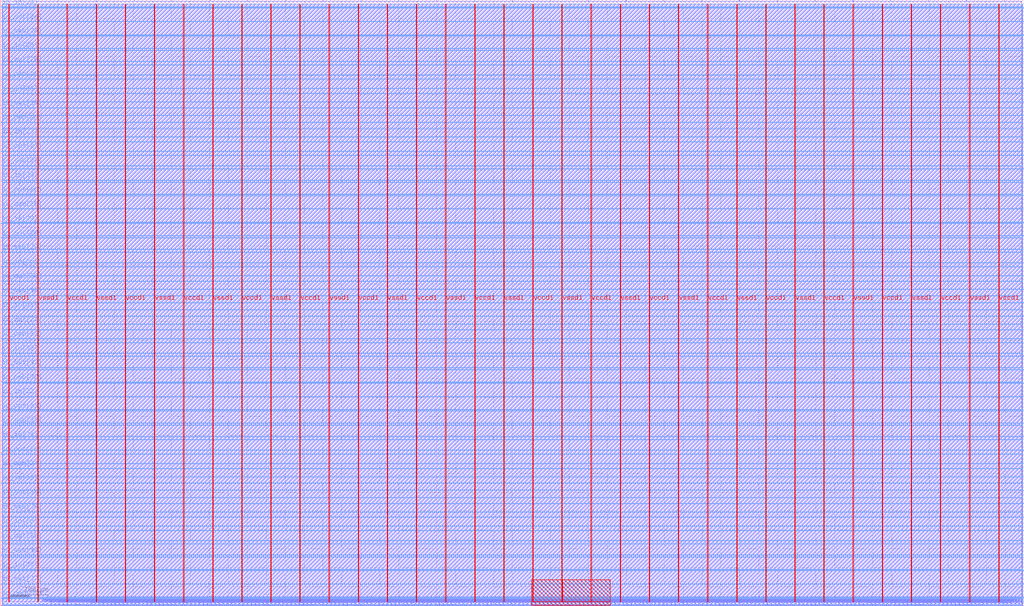
<source format=lef>
VERSION 5.7 ;
  NOWIREEXTENSIONATPIN ON ;
  DIVIDERCHAR "/" ;
  BUSBITCHARS "[]" ;
MACRO user_proj_example
  CLASS BLOCK ;
  FOREIGN user_proj_example ;
  ORIGIN 0.000 0.000 ;
  SIZE 2700.000 BY 1600.000 ;
  PIN io_in[0]
    DIRECTION INPUT ;
    USE SIGNAL ;
    PORT
      LAYER met3 ;
        RECT 2696.000 21.800 2700.000 22.400 ;
    END
  END io_in[0]
  PIN io_in[10]
    DIRECTION INPUT ;
    USE SIGNAL ;
    PORT
      LAYER met3 ;
        RECT 2696.000 1082.600 2700.000 1083.200 ;
    END
  END io_in[10]
  PIN io_in[11]
    DIRECTION INPUT ;
    USE SIGNAL ;
    PORT
      LAYER met3 ;
        RECT 2696.000 1188.680 2700.000 1189.280 ;
    END
  END io_in[11]
  PIN io_in[12]
    DIRECTION INPUT ;
    USE SIGNAL ;
    PORT
      LAYER met3 ;
        RECT 2696.000 1294.760 2700.000 1295.360 ;
    END
  END io_in[12]
  PIN io_in[13]
    DIRECTION INPUT ;
    USE SIGNAL ;
    PORT
      LAYER met3 ;
        RECT 2696.000 1400.840 2700.000 1401.440 ;
    END
  END io_in[13]
  PIN io_in[14]
    DIRECTION INPUT ;
    USE SIGNAL ;
    PORT
      LAYER met3 ;
        RECT 2696.000 1506.920 2700.000 1507.520 ;
    END
  END io_in[14]
  PIN io_in[15]
    DIRECTION INPUT ;
    USE SIGNAL ;
    PORT
      LAYER met2 ;
        RECT 2647.390 1596.000 2647.670 1600.000 ;
    END
  END io_in[15]
  PIN io_in[16]
    DIRECTION INPUT ;
    USE SIGNAL ;
    PORT
      LAYER met2 ;
        RECT 2347.930 1596.000 2348.210 1600.000 ;
    END
  END io_in[16]
  PIN io_in[17]
    DIRECTION INPUT ;
    USE SIGNAL ;
    PORT
      LAYER met2 ;
        RECT 2048.470 1596.000 2048.750 1600.000 ;
    END
  END io_in[17]
  PIN io_in[18]
    DIRECTION INPUT ;
    USE SIGNAL ;
    PORT
      LAYER met2 ;
        RECT 1749.010 1596.000 1749.290 1600.000 ;
    END
  END io_in[18]
  PIN io_in[19]
    DIRECTION INPUT ;
    USE SIGNAL ;
    PORT
      LAYER met2 ;
        RECT 1449.550 1596.000 1449.830 1600.000 ;
    END
  END io_in[19]
  PIN io_in[1]
    DIRECTION INPUT ;
    USE SIGNAL ;
    PORT
      LAYER met3 ;
        RECT 2696.000 127.880 2700.000 128.480 ;
    END
  END io_in[1]
  PIN io_in[20]
    DIRECTION INPUT ;
    USE SIGNAL ;
    PORT
      LAYER met2 ;
        RECT 1150.090 1596.000 1150.370 1600.000 ;
    END
  END io_in[20]
  PIN io_in[21]
    DIRECTION INPUT ;
    USE SIGNAL ;
    PORT
      LAYER met2 ;
        RECT 850.630 1596.000 850.910 1600.000 ;
    END
  END io_in[21]
  PIN io_in[22]
    DIRECTION INPUT ;
    USE SIGNAL ;
    PORT
      LAYER met2 ;
        RECT 551.170 1596.000 551.450 1600.000 ;
    END
  END io_in[22]
  PIN io_in[23]
    DIRECTION INPUT ;
    USE SIGNAL ;
    PORT
      LAYER met2 ;
        RECT 251.710 1596.000 251.990 1600.000 ;
    END
  END io_in[23]
  PIN io_in[24]
    DIRECTION INPUT ;
    USE SIGNAL ;
    PORT
      LAYER met3 ;
        RECT 0.000 1580.360 4.000 1580.960 ;
    END
  END io_in[24]
  PIN io_in[25]
    DIRECTION INPUT ;
    USE SIGNAL ;
    PORT
      LAYER met3 ;
        RECT 0.000 1466.120 4.000 1466.720 ;
    END
  END io_in[25]
  PIN io_in[26]
    DIRECTION INPUT ;
    USE SIGNAL ;
    PORT
      LAYER met3 ;
        RECT 0.000 1351.880 4.000 1352.480 ;
    END
  END io_in[26]
  PIN io_in[27]
    DIRECTION INPUT ;
    USE SIGNAL ;
    PORT
      LAYER met3 ;
        RECT 0.000 1237.640 4.000 1238.240 ;
    END
  END io_in[27]
  PIN io_in[28]
    DIRECTION INPUT ;
    USE SIGNAL ;
    PORT
      LAYER met3 ;
        RECT 0.000 1123.400 4.000 1124.000 ;
    END
  END io_in[28]
  PIN io_in[29]
    DIRECTION INPUT ;
    USE SIGNAL ;
    PORT
      LAYER met3 ;
        RECT 0.000 1009.160 4.000 1009.760 ;
    END
  END io_in[29]
  PIN io_in[2]
    DIRECTION INPUT ;
    USE SIGNAL ;
    PORT
      LAYER met3 ;
        RECT 2696.000 233.960 2700.000 234.560 ;
    END
  END io_in[2]
  PIN io_in[30]
    DIRECTION INPUT ;
    USE SIGNAL ;
    PORT
      LAYER met3 ;
        RECT 0.000 894.920 4.000 895.520 ;
    END
  END io_in[30]
  PIN io_in[31]
    DIRECTION INPUT ;
    USE SIGNAL ;
    PORT
      LAYER met3 ;
        RECT 0.000 780.680 4.000 781.280 ;
    END
  END io_in[31]
  PIN io_in[32]
    DIRECTION INPUT ;
    USE SIGNAL ;
    PORT
      LAYER met3 ;
        RECT 0.000 666.440 4.000 667.040 ;
    END
  END io_in[32]
  PIN io_in[33]
    DIRECTION INPUT ;
    USE SIGNAL ;
    PORT
      LAYER met3 ;
        RECT 0.000 552.200 4.000 552.800 ;
    END
  END io_in[33]
  PIN io_in[34]
    DIRECTION INPUT ;
    USE SIGNAL ;
    PORT
      LAYER met3 ;
        RECT 0.000 437.960 4.000 438.560 ;
    END
  END io_in[34]
  PIN io_in[35]
    DIRECTION INPUT ;
    USE SIGNAL ;
    PORT
      LAYER met3 ;
        RECT 0.000 323.720 4.000 324.320 ;
    END
  END io_in[35]
  PIN io_in[36]
    DIRECTION INPUT ;
    USE SIGNAL ;
    ANTENNAGATEAREA 0.495000 ;
    PORT
      LAYER met3 ;
        RECT 0.000 209.480 4.000 210.080 ;
    END
  END io_in[36]
  PIN io_in[37]
    DIRECTION INPUT ;
    USE SIGNAL ;
    ANTENNAGATEAREA 0.196500 ;
    PORT
      LAYER met3 ;
        RECT 0.000 95.240 4.000 95.840 ;
    END
  END io_in[37]
  PIN io_in[3]
    DIRECTION INPUT ;
    USE SIGNAL ;
    PORT
      LAYER met3 ;
        RECT 2696.000 340.040 2700.000 340.640 ;
    END
  END io_in[3]
  PIN io_in[4]
    DIRECTION INPUT ;
    USE SIGNAL ;
    PORT
      LAYER met3 ;
        RECT 2696.000 446.120 2700.000 446.720 ;
    END
  END io_in[4]
  PIN io_in[5]
    DIRECTION INPUT ;
    USE SIGNAL ;
    PORT
      LAYER met3 ;
        RECT 2696.000 552.200 2700.000 552.800 ;
    END
  END io_in[5]
  PIN io_in[6]
    DIRECTION INPUT ;
    USE SIGNAL ;
    PORT
      LAYER met3 ;
        RECT 2696.000 658.280 2700.000 658.880 ;
    END
  END io_in[6]
  PIN io_in[7]
    DIRECTION INPUT ;
    USE SIGNAL ;
    PORT
      LAYER met3 ;
        RECT 2696.000 764.360 2700.000 764.960 ;
    END
  END io_in[7]
  PIN io_in[8]
    DIRECTION INPUT ;
    USE SIGNAL ;
    PORT
      LAYER met3 ;
        RECT 2696.000 870.440 2700.000 871.040 ;
    END
  END io_in[8]
  PIN io_in[9]
    DIRECTION INPUT ;
    USE SIGNAL ;
    PORT
      LAYER met3 ;
        RECT 2696.000 976.520 2700.000 977.120 ;
    END
  END io_in[9]
  PIN io_oeb[0]
    DIRECTION OUTPUT TRISTATE ;
    USE SIGNAL ;
    ANTENNADIFFAREA 2.673000 ;
    PORT
      LAYER met3 ;
        RECT 2696.000 92.520 2700.000 93.120 ;
    END
  END io_oeb[0]
  PIN io_oeb[10]
    DIRECTION OUTPUT TRISTATE ;
    USE SIGNAL ;
    ANTENNADIFFAREA 2.673000 ;
    PORT
      LAYER met3 ;
        RECT 2696.000 1153.320 2700.000 1153.920 ;
    END
  END io_oeb[10]
  PIN io_oeb[11]
    DIRECTION OUTPUT TRISTATE ;
    USE SIGNAL ;
    ANTENNADIFFAREA 2.673000 ;
    PORT
      LAYER met3 ;
        RECT 2696.000 1259.400 2700.000 1260.000 ;
    END
  END io_oeb[11]
  PIN io_oeb[12]
    DIRECTION OUTPUT TRISTATE ;
    USE SIGNAL ;
    ANTENNADIFFAREA 2.673000 ;
    PORT
      LAYER met3 ;
        RECT 2696.000 1365.480 2700.000 1366.080 ;
    END
  END io_oeb[12]
  PIN io_oeb[13]
    DIRECTION OUTPUT TRISTATE ;
    USE SIGNAL ;
    ANTENNADIFFAREA 2.673000 ;
    PORT
      LAYER met3 ;
        RECT 2696.000 1471.560 2700.000 1472.160 ;
    END
  END io_oeb[13]
  PIN io_oeb[14]
    DIRECTION OUTPUT TRISTATE ;
    USE SIGNAL ;
    ANTENNADIFFAREA 2.673000 ;
    PORT
      LAYER met3 ;
        RECT 2696.000 1577.640 2700.000 1578.240 ;
    END
  END io_oeb[14]
  PIN io_oeb[15]
    DIRECTION OUTPUT TRISTATE ;
    USE SIGNAL ;
    ANTENNADIFFAREA 2.673000 ;
    PORT
      LAYER met2 ;
        RECT 2447.750 1596.000 2448.030 1600.000 ;
    END
  END io_oeb[15]
  PIN io_oeb[16]
    DIRECTION OUTPUT TRISTATE ;
    USE SIGNAL ;
    ANTENNADIFFAREA 2.673000 ;
    PORT
      LAYER met2 ;
        RECT 2148.290 1596.000 2148.570 1600.000 ;
    END
  END io_oeb[16]
  PIN io_oeb[17]
    DIRECTION OUTPUT TRISTATE ;
    USE SIGNAL ;
    ANTENNADIFFAREA 2.673000 ;
    PORT
      LAYER met2 ;
        RECT 1848.830 1596.000 1849.110 1600.000 ;
    END
  END io_oeb[17]
  PIN io_oeb[18]
    DIRECTION OUTPUT TRISTATE ;
    USE SIGNAL ;
    ANTENNADIFFAREA 2.673000 ;
    PORT
      LAYER met2 ;
        RECT 1549.370 1596.000 1549.650 1600.000 ;
    END
  END io_oeb[18]
  PIN io_oeb[19]
    DIRECTION OUTPUT TRISTATE ;
    USE SIGNAL ;
    ANTENNADIFFAREA 2.673000 ;
    PORT
      LAYER met2 ;
        RECT 1249.910 1596.000 1250.190 1600.000 ;
    END
  END io_oeb[19]
  PIN io_oeb[1]
    DIRECTION OUTPUT TRISTATE ;
    USE SIGNAL ;
    ANTENNADIFFAREA 2.673000 ;
    PORT
      LAYER met3 ;
        RECT 2696.000 198.600 2700.000 199.200 ;
    END
  END io_oeb[1]
  PIN io_oeb[20]
    DIRECTION OUTPUT TRISTATE ;
    USE SIGNAL ;
    ANTENNADIFFAREA 2.673000 ;
    PORT
      LAYER met2 ;
        RECT 950.450 1596.000 950.730 1600.000 ;
    END
  END io_oeb[20]
  PIN io_oeb[21]
    DIRECTION OUTPUT TRISTATE ;
    USE SIGNAL ;
    ANTENNADIFFAREA 2.673000 ;
    PORT
      LAYER met2 ;
        RECT 650.990 1596.000 651.270 1600.000 ;
    END
  END io_oeb[21]
  PIN io_oeb[22]
    DIRECTION OUTPUT TRISTATE ;
    USE SIGNAL ;
    ANTENNADIFFAREA 2.673000 ;
    PORT
      LAYER met2 ;
        RECT 351.530 1596.000 351.810 1600.000 ;
    END
  END io_oeb[22]
  PIN io_oeb[23]
    DIRECTION OUTPUT TRISTATE ;
    USE SIGNAL ;
    ANTENNADIFFAREA 2.673000 ;
    PORT
      LAYER met2 ;
        RECT 52.070 1596.000 52.350 1600.000 ;
    END
  END io_oeb[23]
  PIN io_oeb[24]
    DIRECTION OUTPUT TRISTATE ;
    USE SIGNAL ;
    ANTENNADIFFAREA 2.673000 ;
    PORT
      LAYER met3 ;
        RECT 0.000 1504.200 4.000 1504.800 ;
    END
  END io_oeb[24]
  PIN io_oeb[25]
    DIRECTION OUTPUT TRISTATE ;
    USE SIGNAL ;
    ANTENNADIFFAREA 2.673000 ;
    PORT
      LAYER met3 ;
        RECT 0.000 1389.960 4.000 1390.560 ;
    END
  END io_oeb[25]
  PIN io_oeb[26]
    DIRECTION OUTPUT TRISTATE ;
    USE SIGNAL ;
    ANTENNADIFFAREA 2.673000 ;
    PORT
      LAYER met3 ;
        RECT 0.000 1275.720 4.000 1276.320 ;
    END
  END io_oeb[26]
  PIN io_oeb[27]
    DIRECTION OUTPUT TRISTATE ;
    USE SIGNAL ;
    ANTENNADIFFAREA 2.673000 ;
    PORT
      LAYER met3 ;
        RECT 0.000 1161.480 4.000 1162.080 ;
    END
  END io_oeb[27]
  PIN io_oeb[28]
    DIRECTION OUTPUT TRISTATE ;
    USE SIGNAL ;
    ANTENNADIFFAREA 2.673000 ;
    PORT
      LAYER met3 ;
        RECT 0.000 1047.240 4.000 1047.840 ;
    END
  END io_oeb[28]
  PIN io_oeb[29]
    DIRECTION OUTPUT TRISTATE ;
    USE SIGNAL ;
    ANTENNADIFFAREA 2.673000 ;
    PORT
      LAYER met3 ;
        RECT 0.000 933.000 4.000 933.600 ;
    END
  END io_oeb[29]
  PIN io_oeb[2]
    DIRECTION OUTPUT TRISTATE ;
    USE SIGNAL ;
    ANTENNADIFFAREA 2.673000 ;
    PORT
      LAYER met3 ;
        RECT 2696.000 304.680 2700.000 305.280 ;
    END
  END io_oeb[2]
  PIN io_oeb[30]
    DIRECTION OUTPUT TRISTATE ;
    USE SIGNAL ;
    ANTENNADIFFAREA 2.673000 ;
    PORT
      LAYER met3 ;
        RECT 0.000 818.760 4.000 819.360 ;
    END
  END io_oeb[30]
  PIN io_oeb[31]
    DIRECTION OUTPUT TRISTATE ;
    USE SIGNAL ;
    ANTENNADIFFAREA 2.673000 ;
    PORT
      LAYER met3 ;
        RECT 0.000 704.520 4.000 705.120 ;
    END
  END io_oeb[31]
  PIN io_oeb[32]
    DIRECTION OUTPUT TRISTATE ;
    USE SIGNAL ;
    ANTENNADIFFAREA 2.673000 ;
    PORT
      LAYER met3 ;
        RECT 0.000 590.280 4.000 590.880 ;
    END
  END io_oeb[32]
  PIN io_oeb[33]
    DIRECTION OUTPUT TRISTATE ;
    USE SIGNAL ;
    ANTENNADIFFAREA 2.673000 ;
    PORT
      LAYER met3 ;
        RECT 0.000 476.040 4.000 476.640 ;
    END
  END io_oeb[33]
  PIN io_oeb[34]
    DIRECTION OUTPUT TRISTATE ;
    USE SIGNAL ;
    ANTENNADIFFAREA 2.673000 ;
    PORT
      LAYER met3 ;
        RECT 0.000 361.800 4.000 362.400 ;
    END
  END io_oeb[34]
  PIN io_oeb[35]
    DIRECTION OUTPUT TRISTATE ;
    USE SIGNAL ;
    ANTENNADIFFAREA 2.673000 ;
    PORT
      LAYER met3 ;
        RECT 0.000 247.560 4.000 248.160 ;
    END
  END io_oeb[35]
  PIN io_oeb[36]
    DIRECTION OUTPUT TRISTATE ;
    USE SIGNAL ;
    PORT
      LAYER met3 ;
        RECT 0.000 133.320 4.000 133.920 ;
    END
  END io_oeb[36]
  PIN io_oeb[37]
    DIRECTION OUTPUT TRISTATE ;
    USE SIGNAL ;
    PORT
      LAYER met3 ;
        RECT 0.000 19.080 4.000 19.680 ;
    END
  END io_oeb[37]
  PIN io_oeb[3]
    DIRECTION OUTPUT TRISTATE ;
    USE SIGNAL ;
    ANTENNADIFFAREA 2.673000 ;
    PORT
      LAYER met3 ;
        RECT 2696.000 410.760 2700.000 411.360 ;
    END
  END io_oeb[3]
  PIN io_oeb[4]
    DIRECTION OUTPUT TRISTATE ;
    USE SIGNAL ;
    ANTENNADIFFAREA 2.673000 ;
    PORT
      LAYER met3 ;
        RECT 2696.000 516.840 2700.000 517.440 ;
    END
  END io_oeb[4]
  PIN io_oeb[5]
    DIRECTION OUTPUT TRISTATE ;
    USE SIGNAL ;
    ANTENNADIFFAREA 2.673000 ;
    PORT
      LAYER met3 ;
        RECT 2696.000 622.920 2700.000 623.520 ;
    END
  END io_oeb[5]
  PIN io_oeb[6]
    DIRECTION OUTPUT TRISTATE ;
    USE SIGNAL ;
    ANTENNADIFFAREA 2.673000 ;
    PORT
      LAYER met3 ;
        RECT 2696.000 729.000 2700.000 729.600 ;
    END
  END io_oeb[6]
  PIN io_oeb[7]
    DIRECTION OUTPUT TRISTATE ;
    USE SIGNAL ;
    ANTENNADIFFAREA 2.673000 ;
    PORT
      LAYER met3 ;
        RECT 2696.000 835.080 2700.000 835.680 ;
    END
  END io_oeb[7]
  PIN io_oeb[8]
    DIRECTION OUTPUT TRISTATE ;
    USE SIGNAL ;
    ANTENNADIFFAREA 2.673000 ;
    PORT
      LAYER met3 ;
        RECT 2696.000 941.160 2700.000 941.760 ;
    END
  END io_oeb[8]
  PIN io_oeb[9]
    DIRECTION OUTPUT TRISTATE ;
    USE SIGNAL ;
    ANTENNADIFFAREA 2.673000 ;
    PORT
      LAYER met3 ;
        RECT 2696.000 1047.240 2700.000 1047.840 ;
    END
  END io_oeb[9]
  PIN io_out[0]
    DIRECTION OUTPUT TRISTATE ;
    USE SIGNAL ;
    ANTENNADIFFAREA 2.673000 ;
    PORT
      LAYER met3 ;
        RECT 2696.000 57.160 2700.000 57.760 ;
    END
  END io_out[0]
  PIN io_out[10]
    DIRECTION OUTPUT TRISTATE ;
    USE SIGNAL ;
    ANTENNADIFFAREA 2.673000 ;
    PORT
      LAYER met3 ;
        RECT 2696.000 1117.960 2700.000 1118.560 ;
    END
  END io_out[10]
  PIN io_out[11]
    DIRECTION OUTPUT TRISTATE ;
    USE SIGNAL ;
    ANTENNADIFFAREA 2.673000 ;
    PORT
      LAYER met3 ;
        RECT 2696.000 1224.040 2700.000 1224.640 ;
    END
  END io_out[11]
  PIN io_out[12]
    DIRECTION OUTPUT TRISTATE ;
    USE SIGNAL ;
    ANTENNADIFFAREA 2.673000 ;
    PORT
      LAYER met3 ;
        RECT 2696.000 1330.120 2700.000 1330.720 ;
    END
  END io_out[12]
  PIN io_out[13]
    DIRECTION OUTPUT TRISTATE ;
    USE SIGNAL ;
    ANTENNADIFFAREA 2.673000 ;
    PORT
      LAYER met3 ;
        RECT 2696.000 1436.200 2700.000 1436.800 ;
    END
  END io_out[13]
  PIN io_out[14]
    DIRECTION OUTPUT TRISTATE ;
    USE SIGNAL ;
    ANTENNADIFFAREA 2.673000 ;
    PORT
      LAYER met3 ;
        RECT 2696.000 1542.280 2700.000 1542.880 ;
    END
  END io_out[14]
  PIN io_out[15]
    DIRECTION OUTPUT TRISTATE ;
    USE SIGNAL ;
    ANTENNADIFFAREA 2.673000 ;
    PORT
      LAYER met2 ;
        RECT 2547.570 1596.000 2547.850 1600.000 ;
    END
  END io_out[15]
  PIN io_out[16]
    DIRECTION OUTPUT TRISTATE ;
    USE SIGNAL ;
    ANTENNADIFFAREA 2.673000 ;
    PORT
      LAYER met2 ;
        RECT 2248.110 1596.000 2248.390 1600.000 ;
    END
  END io_out[16]
  PIN io_out[17]
    DIRECTION OUTPUT TRISTATE ;
    USE SIGNAL ;
    ANTENNADIFFAREA 2.673000 ;
    PORT
      LAYER met2 ;
        RECT 1948.650 1596.000 1948.930 1600.000 ;
    END
  END io_out[17]
  PIN io_out[18]
    DIRECTION OUTPUT TRISTATE ;
    USE SIGNAL ;
    ANTENNADIFFAREA 2.673000 ;
    PORT
      LAYER met2 ;
        RECT 1649.190 1596.000 1649.470 1600.000 ;
    END
  END io_out[18]
  PIN io_out[19]
    DIRECTION OUTPUT TRISTATE ;
    USE SIGNAL ;
    ANTENNADIFFAREA 2.673000 ;
    PORT
      LAYER met2 ;
        RECT 1349.730 1596.000 1350.010 1600.000 ;
    END
  END io_out[19]
  PIN io_out[1]
    DIRECTION OUTPUT TRISTATE ;
    USE SIGNAL ;
    ANTENNADIFFAREA 2.673000 ;
    PORT
      LAYER met3 ;
        RECT 2696.000 163.240 2700.000 163.840 ;
    END
  END io_out[1]
  PIN io_out[20]
    DIRECTION OUTPUT TRISTATE ;
    USE SIGNAL ;
    ANTENNADIFFAREA 2.673000 ;
    PORT
      LAYER met2 ;
        RECT 1050.270 1596.000 1050.550 1600.000 ;
    END
  END io_out[20]
  PIN io_out[21]
    DIRECTION OUTPUT TRISTATE ;
    USE SIGNAL ;
    ANTENNADIFFAREA 2.673000 ;
    PORT
      LAYER met2 ;
        RECT 750.810 1596.000 751.090 1600.000 ;
    END
  END io_out[21]
  PIN io_out[22]
    DIRECTION OUTPUT TRISTATE ;
    USE SIGNAL ;
    ANTENNADIFFAREA 2.673000 ;
    PORT
      LAYER met2 ;
        RECT 451.350 1596.000 451.630 1600.000 ;
    END
  END io_out[22]
  PIN io_out[23]
    DIRECTION OUTPUT TRISTATE ;
    USE SIGNAL ;
    ANTENNADIFFAREA 2.673000 ;
    PORT
      LAYER met2 ;
        RECT 151.890 1596.000 152.170 1600.000 ;
    END
  END io_out[23]
  PIN io_out[24]
    DIRECTION OUTPUT TRISTATE ;
    USE SIGNAL ;
    ANTENNADIFFAREA 2.673000 ;
    PORT
      LAYER met3 ;
        RECT 0.000 1542.280 4.000 1542.880 ;
    END
  END io_out[24]
  PIN io_out[25]
    DIRECTION OUTPUT TRISTATE ;
    USE SIGNAL ;
    ANTENNADIFFAREA 2.673000 ;
    PORT
      LAYER met3 ;
        RECT 0.000 1428.040 4.000 1428.640 ;
    END
  END io_out[25]
  PIN io_out[26]
    DIRECTION OUTPUT TRISTATE ;
    USE SIGNAL ;
    ANTENNADIFFAREA 2.673000 ;
    PORT
      LAYER met3 ;
        RECT 0.000 1313.800 4.000 1314.400 ;
    END
  END io_out[26]
  PIN io_out[27]
    DIRECTION OUTPUT TRISTATE ;
    USE SIGNAL ;
    ANTENNADIFFAREA 2.673000 ;
    PORT
      LAYER met3 ;
        RECT 0.000 1199.560 4.000 1200.160 ;
    END
  END io_out[27]
  PIN io_out[28]
    DIRECTION OUTPUT TRISTATE ;
    USE SIGNAL ;
    ANTENNADIFFAREA 2.673000 ;
    PORT
      LAYER met3 ;
        RECT 0.000 1085.320 4.000 1085.920 ;
    END
  END io_out[28]
  PIN io_out[29]
    DIRECTION OUTPUT TRISTATE ;
    USE SIGNAL ;
    ANTENNADIFFAREA 2.673000 ;
    PORT
      LAYER met3 ;
        RECT 0.000 971.080 4.000 971.680 ;
    END
  END io_out[29]
  PIN io_out[2]
    DIRECTION OUTPUT TRISTATE ;
    USE SIGNAL ;
    ANTENNADIFFAREA 2.673000 ;
    PORT
      LAYER met3 ;
        RECT 2696.000 269.320 2700.000 269.920 ;
    END
  END io_out[2]
  PIN io_out[30]
    DIRECTION OUTPUT TRISTATE ;
    USE SIGNAL ;
    ANTENNADIFFAREA 2.673000 ;
    PORT
      LAYER met3 ;
        RECT 0.000 856.840 4.000 857.440 ;
    END
  END io_out[30]
  PIN io_out[31]
    DIRECTION OUTPUT TRISTATE ;
    USE SIGNAL ;
    ANTENNADIFFAREA 2.673000 ;
    PORT
      LAYER met3 ;
        RECT 0.000 742.600 4.000 743.200 ;
    END
  END io_out[31]
  PIN io_out[32]
    DIRECTION OUTPUT TRISTATE ;
    USE SIGNAL ;
    ANTENNADIFFAREA 2.673000 ;
    PORT
      LAYER met3 ;
        RECT 0.000 628.360 4.000 628.960 ;
    END
  END io_out[32]
  PIN io_out[33]
    DIRECTION OUTPUT TRISTATE ;
    USE SIGNAL ;
    ANTENNADIFFAREA 2.673000 ;
    PORT
      LAYER met3 ;
        RECT 0.000 514.120 4.000 514.720 ;
    END
  END io_out[33]
  PIN io_out[34]
    DIRECTION OUTPUT TRISTATE ;
    USE SIGNAL ;
    ANTENNADIFFAREA 2.673000 ;
    PORT
      LAYER met3 ;
        RECT 0.000 399.880 4.000 400.480 ;
    END
  END io_out[34]
  PIN io_out[35]
    DIRECTION OUTPUT TRISTATE ;
    USE SIGNAL ;
    ANTENNADIFFAREA 2.673000 ;
    PORT
      LAYER met3 ;
        RECT 0.000 285.640 4.000 286.240 ;
    END
  END io_out[35]
  PIN io_out[36]
    DIRECTION OUTPUT TRISTATE ;
    USE SIGNAL ;
    PORT
      LAYER met3 ;
        RECT 0.000 171.400 4.000 172.000 ;
    END
  END io_out[36]
  PIN io_out[37]
    DIRECTION OUTPUT TRISTATE ;
    USE SIGNAL ;
    PORT
      LAYER met3 ;
        RECT 0.000 57.160 4.000 57.760 ;
    END
  END io_out[37]
  PIN io_out[3]
    DIRECTION OUTPUT TRISTATE ;
    USE SIGNAL ;
    ANTENNADIFFAREA 2.673000 ;
    PORT
      LAYER met3 ;
        RECT 2696.000 375.400 2700.000 376.000 ;
    END
  END io_out[3]
  PIN io_out[4]
    DIRECTION OUTPUT TRISTATE ;
    USE SIGNAL ;
    ANTENNADIFFAREA 2.673000 ;
    PORT
      LAYER met3 ;
        RECT 2696.000 481.480 2700.000 482.080 ;
    END
  END io_out[4]
  PIN io_out[5]
    DIRECTION OUTPUT TRISTATE ;
    USE SIGNAL ;
    ANTENNADIFFAREA 2.673000 ;
    PORT
      LAYER met3 ;
        RECT 2696.000 587.560 2700.000 588.160 ;
    END
  END io_out[5]
  PIN io_out[6]
    DIRECTION OUTPUT TRISTATE ;
    USE SIGNAL ;
    ANTENNADIFFAREA 2.673000 ;
    PORT
      LAYER met3 ;
        RECT 2696.000 693.640 2700.000 694.240 ;
    END
  END io_out[6]
  PIN io_out[7]
    DIRECTION OUTPUT TRISTATE ;
    USE SIGNAL ;
    ANTENNADIFFAREA 2.673000 ;
    PORT
      LAYER met3 ;
        RECT 2696.000 799.720 2700.000 800.320 ;
    END
  END io_out[7]
  PIN io_out[8]
    DIRECTION OUTPUT TRISTATE ;
    USE SIGNAL ;
    ANTENNADIFFAREA 2.673000 ;
    PORT
      LAYER met3 ;
        RECT 2696.000 905.800 2700.000 906.400 ;
    END
  END io_out[8]
  PIN io_out[9]
    DIRECTION OUTPUT TRISTATE ;
    USE SIGNAL ;
    ANTENNADIFFAREA 2.673000 ;
    PORT
      LAYER met3 ;
        RECT 2696.000 1011.880 2700.000 1012.480 ;
    END
  END io_out[9]
  PIN irq[0]
    DIRECTION OUTPUT TRISTATE ;
    USE SIGNAL ;
    ANTENNADIFFAREA 2.673000 ;
    PORT
      LAYER met2 ;
        RECT 2584.370 0.000 2584.650 4.000 ;
    END
  END irq[0]
  PIN irq[1]
    DIRECTION OUTPUT TRISTATE ;
    USE SIGNAL ;
    ANTENNADIFFAREA 2.673000 ;
    PORT
      LAYER met2 ;
        RECT 2589.430 0.000 2589.710 4.000 ;
    END
  END irq[1]
  PIN irq[2]
    DIRECTION OUTPUT TRISTATE ;
    USE SIGNAL ;
    ANTENNADIFFAREA 2.673000 ;
    PORT
      LAYER met2 ;
        RECT 2594.490 0.000 2594.770 4.000 ;
    END
  END irq[2]
  PIN la_data_in[0]
    DIRECTION INPUT ;
    USE SIGNAL ;
    PORT
      LAYER met2 ;
        RECT 641.330 0.000 641.610 4.000 ;
    END
  END la_data_in[0]
  PIN la_data_in[100]
    DIRECTION INPUT ;
    USE SIGNAL ;
    PORT
      LAYER met2 ;
        RECT 2159.330 0.000 2159.610 4.000 ;
    END
  END la_data_in[100]
  PIN la_data_in[101]
    DIRECTION INPUT ;
    USE SIGNAL ;
    PORT
      LAYER met2 ;
        RECT 2174.510 0.000 2174.790 4.000 ;
    END
  END la_data_in[101]
  PIN la_data_in[102]
    DIRECTION INPUT ;
    USE SIGNAL ;
    PORT
      LAYER met2 ;
        RECT 2189.690 0.000 2189.970 4.000 ;
    END
  END la_data_in[102]
  PIN la_data_in[103]
    DIRECTION INPUT ;
    USE SIGNAL ;
    PORT
      LAYER met2 ;
        RECT 2204.870 0.000 2205.150 4.000 ;
    END
  END la_data_in[103]
  PIN la_data_in[104]
    DIRECTION INPUT ;
    USE SIGNAL ;
    PORT
      LAYER met2 ;
        RECT 2220.050 0.000 2220.330 4.000 ;
    END
  END la_data_in[104]
  PIN la_data_in[105]
    DIRECTION INPUT ;
    USE SIGNAL ;
    PORT
      LAYER met2 ;
        RECT 2235.230 0.000 2235.510 4.000 ;
    END
  END la_data_in[105]
  PIN la_data_in[106]
    DIRECTION INPUT ;
    USE SIGNAL ;
    PORT
      LAYER met2 ;
        RECT 2250.410 0.000 2250.690 4.000 ;
    END
  END la_data_in[106]
  PIN la_data_in[107]
    DIRECTION INPUT ;
    USE SIGNAL ;
    PORT
      LAYER met2 ;
        RECT 2265.590 0.000 2265.870 4.000 ;
    END
  END la_data_in[107]
  PIN la_data_in[108]
    DIRECTION INPUT ;
    USE SIGNAL ;
    PORT
      LAYER met2 ;
        RECT 2280.770 0.000 2281.050 4.000 ;
    END
  END la_data_in[108]
  PIN la_data_in[109]
    DIRECTION INPUT ;
    USE SIGNAL ;
    PORT
      LAYER met2 ;
        RECT 2295.950 0.000 2296.230 4.000 ;
    END
  END la_data_in[109]
  PIN la_data_in[10]
    DIRECTION INPUT ;
    USE SIGNAL ;
    PORT
      LAYER met2 ;
        RECT 793.130 0.000 793.410 4.000 ;
    END
  END la_data_in[10]
  PIN la_data_in[110]
    DIRECTION INPUT ;
    USE SIGNAL ;
    PORT
      LAYER met2 ;
        RECT 2311.130 0.000 2311.410 4.000 ;
    END
  END la_data_in[110]
  PIN la_data_in[111]
    DIRECTION INPUT ;
    USE SIGNAL ;
    PORT
      LAYER met2 ;
        RECT 2326.310 0.000 2326.590 4.000 ;
    END
  END la_data_in[111]
  PIN la_data_in[112]
    DIRECTION INPUT ;
    USE SIGNAL ;
    PORT
      LAYER met2 ;
        RECT 2341.490 0.000 2341.770 4.000 ;
    END
  END la_data_in[112]
  PIN la_data_in[113]
    DIRECTION INPUT ;
    USE SIGNAL ;
    PORT
      LAYER met2 ;
        RECT 2356.670 0.000 2356.950 4.000 ;
    END
  END la_data_in[113]
  PIN la_data_in[114]
    DIRECTION INPUT ;
    USE SIGNAL ;
    PORT
      LAYER met2 ;
        RECT 2371.850 0.000 2372.130 4.000 ;
    END
  END la_data_in[114]
  PIN la_data_in[115]
    DIRECTION INPUT ;
    USE SIGNAL ;
    PORT
      LAYER met2 ;
        RECT 2387.030 0.000 2387.310 4.000 ;
    END
  END la_data_in[115]
  PIN la_data_in[116]
    DIRECTION INPUT ;
    USE SIGNAL ;
    PORT
      LAYER met2 ;
        RECT 2402.210 0.000 2402.490 4.000 ;
    END
  END la_data_in[116]
  PIN la_data_in[117]
    DIRECTION INPUT ;
    USE SIGNAL ;
    PORT
      LAYER met2 ;
        RECT 2417.390 0.000 2417.670 4.000 ;
    END
  END la_data_in[117]
  PIN la_data_in[118]
    DIRECTION INPUT ;
    USE SIGNAL ;
    PORT
      LAYER met2 ;
        RECT 2432.570 0.000 2432.850 4.000 ;
    END
  END la_data_in[118]
  PIN la_data_in[119]
    DIRECTION INPUT ;
    USE SIGNAL ;
    PORT
      LAYER met2 ;
        RECT 2447.750 0.000 2448.030 4.000 ;
    END
  END la_data_in[119]
  PIN la_data_in[11]
    DIRECTION INPUT ;
    USE SIGNAL ;
    PORT
      LAYER met2 ;
        RECT 808.310 0.000 808.590 4.000 ;
    END
  END la_data_in[11]
  PIN la_data_in[120]
    DIRECTION INPUT ;
    USE SIGNAL ;
    PORT
      LAYER met2 ;
        RECT 2462.930 0.000 2463.210 4.000 ;
    END
  END la_data_in[120]
  PIN la_data_in[121]
    DIRECTION INPUT ;
    USE SIGNAL ;
    PORT
      LAYER met2 ;
        RECT 2478.110 0.000 2478.390 4.000 ;
    END
  END la_data_in[121]
  PIN la_data_in[122]
    DIRECTION INPUT ;
    USE SIGNAL ;
    PORT
      LAYER met2 ;
        RECT 2493.290 0.000 2493.570 4.000 ;
    END
  END la_data_in[122]
  PIN la_data_in[123]
    DIRECTION INPUT ;
    USE SIGNAL ;
    PORT
      LAYER met2 ;
        RECT 2508.470 0.000 2508.750 4.000 ;
    END
  END la_data_in[123]
  PIN la_data_in[124]
    DIRECTION INPUT ;
    USE SIGNAL ;
    PORT
      LAYER met2 ;
        RECT 2523.650 0.000 2523.930 4.000 ;
    END
  END la_data_in[124]
  PIN la_data_in[125]
    DIRECTION INPUT ;
    USE SIGNAL ;
    PORT
      LAYER met2 ;
        RECT 2538.830 0.000 2539.110 4.000 ;
    END
  END la_data_in[125]
  PIN la_data_in[126]
    DIRECTION INPUT ;
    USE SIGNAL ;
    PORT
      LAYER met2 ;
        RECT 2554.010 0.000 2554.290 4.000 ;
    END
  END la_data_in[126]
  PIN la_data_in[127]
    DIRECTION INPUT ;
    USE SIGNAL ;
    PORT
      LAYER met2 ;
        RECT 2569.190 0.000 2569.470 4.000 ;
    END
  END la_data_in[127]
  PIN la_data_in[12]
    DIRECTION INPUT ;
    USE SIGNAL ;
    PORT
      LAYER met2 ;
        RECT 823.490 0.000 823.770 4.000 ;
    END
  END la_data_in[12]
  PIN la_data_in[13]
    DIRECTION INPUT ;
    USE SIGNAL ;
    PORT
      LAYER met2 ;
        RECT 838.670 0.000 838.950 4.000 ;
    END
  END la_data_in[13]
  PIN la_data_in[14]
    DIRECTION INPUT ;
    USE SIGNAL ;
    PORT
      LAYER met2 ;
        RECT 853.850 0.000 854.130 4.000 ;
    END
  END la_data_in[14]
  PIN la_data_in[15]
    DIRECTION INPUT ;
    USE SIGNAL ;
    PORT
      LAYER met2 ;
        RECT 869.030 0.000 869.310 4.000 ;
    END
  END la_data_in[15]
  PIN la_data_in[16]
    DIRECTION INPUT ;
    USE SIGNAL ;
    PORT
      LAYER met2 ;
        RECT 884.210 0.000 884.490 4.000 ;
    END
  END la_data_in[16]
  PIN la_data_in[17]
    DIRECTION INPUT ;
    USE SIGNAL ;
    PORT
      LAYER met2 ;
        RECT 899.390 0.000 899.670 4.000 ;
    END
  END la_data_in[17]
  PIN la_data_in[18]
    DIRECTION INPUT ;
    USE SIGNAL ;
    PORT
      LAYER met2 ;
        RECT 914.570 0.000 914.850 4.000 ;
    END
  END la_data_in[18]
  PIN la_data_in[19]
    DIRECTION INPUT ;
    USE SIGNAL ;
    PORT
      LAYER met2 ;
        RECT 929.750 0.000 930.030 4.000 ;
    END
  END la_data_in[19]
  PIN la_data_in[1]
    DIRECTION INPUT ;
    USE SIGNAL ;
    PORT
      LAYER met2 ;
        RECT 656.510 0.000 656.790 4.000 ;
    END
  END la_data_in[1]
  PIN la_data_in[20]
    DIRECTION INPUT ;
    USE SIGNAL ;
    PORT
      LAYER met2 ;
        RECT 944.930 0.000 945.210 4.000 ;
    END
  END la_data_in[20]
  PIN la_data_in[21]
    DIRECTION INPUT ;
    USE SIGNAL ;
    PORT
      LAYER met2 ;
        RECT 960.110 0.000 960.390 4.000 ;
    END
  END la_data_in[21]
  PIN la_data_in[22]
    DIRECTION INPUT ;
    USE SIGNAL ;
    PORT
      LAYER met2 ;
        RECT 975.290 0.000 975.570 4.000 ;
    END
  END la_data_in[22]
  PIN la_data_in[23]
    DIRECTION INPUT ;
    USE SIGNAL ;
    PORT
      LAYER met2 ;
        RECT 990.470 0.000 990.750 4.000 ;
    END
  END la_data_in[23]
  PIN la_data_in[24]
    DIRECTION INPUT ;
    USE SIGNAL ;
    PORT
      LAYER met2 ;
        RECT 1005.650 0.000 1005.930 4.000 ;
    END
  END la_data_in[24]
  PIN la_data_in[25]
    DIRECTION INPUT ;
    USE SIGNAL ;
    PORT
      LAYER met2 ;
        RECT 1020.830 0.000 1021.110 4.000 ;
    END
  END la_data_in[25]
  PIN la_data_in[26]
    DIRECTION INPUT ;
    USE SIGNAL ;
    PORT
      LAYER met2 ;
        RECT 1036.010 0.000 1036.290 4.000 ;
    END
  END la_data_in[26]
  PIN la_data_in[27]
    DIRECTION INPUT ;
    USE SIGNAL ;
    PORT
      LAYER met2 ;
        RECT 1051.190 0.000 1051.470 4.000 ;
    END
  END la_data_in[27]
  PIN la_data_in[28]
    DIRECTION INPUT ;
    USE SIGNAL ;
    PORT
      LAYER met2 ;
        RECT 1066.370 0.000 1066.650 4.000 ;
    END
  END la_data_in[28]
  PIN la_data_in[29]
    DIRECTION INPUT ;
    USE SIGNAL ;
    PORT
      LAYER met2 ;
        RECT 1081.550 0.000 1081.830 4.000 ;
    END
  END la_data_in[29]
  PIN la_data_in[2]
    DIRECTION INPUT ;
    USE SIGNAL ;
    PORT
      LAYER met2 ;
        RECT 671.690 0.000 671.970 4.000 ;
    END
  END la_data_in[2]
  PIN la_data_in[30]
    DIRECTION INPUT ;
    USE SIGNAL ;
    PORT
      LAYER met2 ;
        RECT 1096.730 0.000 1097.010 4.000 ;
    END
  END la_data_in[30]
  PIN la_data_in[31]
    DIRECTION INPUT ;
    USE SIGNAL ;
    PORT
      LAYER met2 ;
        RECT 1111.910 0.000 1112.190 4.000 ;
    END
  END la_data_in[31]
  PIN la_data_in[32]
    DIRECTION INPUT ;
    USE SIGNAL ;
    PORT
      LAYER met2 ;
        RECT 1127.090 0.000 1127.370 4.000 ;
    END
  END la_data_in[32]
  PIN la_data_in[33]
    DIRECTION INPUT ;
    USE SIGNAL ;
    PORT
      LAYER met2 ;
        RECT 1142.270 0.000 1142.550 4.000 ;
    END
  END la_data_in[33]
  PIN la_data_in[34]
    DIRECTION INPUT ;
    USE SIGNAL ;
    PORT
      LAYER met2 ;
        RECT 1157.450 0.000 1157.730 4.000 ;
    END
  END la_data_in[34]
  PIN la_data_in[35]
    DIRECTION INPUT ;
    USE SIGNAL ;
    PORT
      LAYER met2 ;
        RECT 1172.630 0.000 1172.910 4.000 ;
    END
  END la_data_in[35]
  PIN la_data_in[36]
    DIRECTION INPUT ;
    USE SIGNAL ;
    PORT
      LAYER met2 ;
        RECT 1187.810 0.000 1188.090 4.000 ;
    END
  END la_data_in[36]
  PIN la_data_in[37]
    DIRECTION INPUT ;
    USE SIGNAL ;
    PORT
      LAYER met2 ;
        RECT 1202.990 0.000 1203.270 4.000 ;
    END
  END la_data_in[37]
  PIN la_data_in[38]
    DIRECTION INPUT ;
    USE SIGNAL ;
    PORT
      LAYER met2 ;
        RECT 1218.170 0.000 1218.450 4.000 ;
    END
  END la_data_in[38]
  PIN la_data_in[39]
    DIRECTION INPUT ;
    USE SIGNAL ;
    PORT
      LAYER met2 ;
        RECT 1233.350 0.000 1233.630 4.000 ;
    END
  END la_data_in[39]
  PIN la_data_in[3]
    DIRECTION INPUT ;
    USE SIGNAL ;
    PORT
      LAYER met2 ;
        RECT 686.870 0.000 687.150 4.000 ;
    END
  END la_data_in[3]
  PIN la_data_in[40]
    DIRECTION INPUT ;
    USE SIGNAL ;
    PORT
      LAYER met2 ;
        RECT 1248.530 0.000 1248.810 4.000 ;
    END
  END la_data_in[40]
  PIN la_data_in[41]
    DIRECTION INPUT ;
    USE SIGNAL ;
    PORT
      LAYER met2 ;
        RECT 1263.710 0.000 1263.990 4.000 ;
    END
  END la_data_in[41]
  PIN la_data_in[42]
    DIRECTION INPUT ;
    USE SIGNAL ;
    PORT
      LAYER met2 ;
        RECT 1278.890 0.000 1279.170 4.000 ;
    END
  END la_data_in[42]
  PIN la_data_in[43]
    DIRECTION INPUT ;
    USE SIGNAL ;
    PORT
      LAYER met2 ;
        RECT 1294.070 0.000 1294.350 4.000 ;
    END
  END la_data_in[43]
  PIN la_data_in[44]
    DIRECTION INPUT ;
    USE SIGNAL ;
    PORT
      LAYER met2 ;
        RECT 1309.250 0.000 1309.530 4.000 ;
    END
  END la_data_in[44]
  PIN la_data_in[45]
    DIRECTION INPUT ;
    USE SIGNAL ;
    PORT
      LAYER met2 ;
        RECT 1324.430 0.000 1324.710 4.000 ;
    END
  END la_data_in[45]
  PIN la_data_in[46]
    DIRECTION INPUT ;
    USE SIGNAL ;
    PORT
      LAYER met2 ;
        RECT 1339.610 0.000 1339.890 4.000 ;
    END
  END la_data_in[46]
  PIN la_data_in[47]
    DIRECTION INPUT ;
    USE SIGNAL ;
    PORT
      LAYER met2 ;
        RECT 1354.790 0.000 1355.070 4.000 ;
    END
  END la_data_in[47]
  PIN la_data_in[48]
    DIRECTION INPUT ;
    USE SIGNAL ;
    ANTENNAGATEAREA 0.126000 ;
    PORT
      LAYER met2 ;
        RECT 1369.970 0.000 1370.250 4.000 ;
    END
  END la_data_in[48]
  PIN la_data_in[49]
    DIRECTION INPUT ;
    USE SIGNAL ;
    ANTENNAGATEAREA 0.126000 ;
    PORT
      LAYER met2 ;
        RECT 1385.150 0.000 1385.430 4.000 ;
    END
  END la_data_in[49]
  PIN la_data_in[4]
    DIRECTION INPUT ;
    USE SIGNAL ;
    PORT
      LAYER met2 ;
        RECT 702.050 0.000 702.330 4.000 ;
    END
  END la_data_in[4]
  PIN la_data_in[50]
    DIRECTION INPUT ;
    USE SIGNAL ;
    ANTENNAGATEAREA 0.126000 ;
    PORT
      LAYER met2 ;
        RECT 1400.330 0.000 1400.610 4.000 ;
    END
  END la_data_in[50]
  PIN la_data_in[51]
    DIRECTION INPUT ;
    USE SIGNAL ;
    ANTENNAGATEAREA 0.126000 ;
    PORT
      LAYER met2 ;
        RECT 1415.510 0.000 1415.790 4.000 ;
    END
  END la_data_in[51]
  PIN la_data_in[52]
    DIRECTION INPUT ;
    USE SIGNAL ;
    ANTENNAGATEAREA 0.126000 ;
    PORT
      LAYER met2 ;
        RECT 1430.690 0.000 1430.970 4.000 ;
    END
  END la_data_in[52]
  PIN la_data_in[53]
    DIRECTION INPUT ;
    USE SIGNAL ;
    ANTENNAGATEAREA 0.126000 ;
    PORT
      LAYER met2 ;
        RECT 1445.870 0.000 1446.150 4.000 ;
    END
  END la_data_in[53]
  PIN la_data_in[54]
    DIRECTION INPUT ;
    USE SIGNAL ;
    ANTENNAGATEAREA 0.126000 ;
    PORT
      LAYER met2 ;
        RECT 1461.050 0.000 1461.330 4.000 ;
    END
  END la_data_in[54]
  PIN la_data_in[55]
    DIRECTION INPUT ;
    USE SIGNAL ;
    ANTENNAGATEAREA 0.126000 ;
    PORT
      LAYER met2 ;
        RECT 1476.230 0.000 1476.510 4.000 ;
    END
  END la_data_in[55]
  PIN la_data_in[56]
    DIRECTION INPUT ;
    USE SIGNAL ;
    ANTENNAGATEAREA 0.126000 ;
    PORT
      LAYER met2 ;
        RECT 1491.410 0.000 1491.690 4.000 ;
    END
  END la_data_in[56]
  PIN la_data_in[57]
    DIRECTION INPUT ;
    USE SIGNAL ;
    ANTENNAGATEAREA 0.126000 ;
    PORT
      LAYER met2 ;
        RECT 1506.590 0.000 1506.870 4.000 ;
    END
  END la_data_in[57]
  PIN la_data_in[58]
    DIRECTION INPUT ;
    USE SIGNAL ;
    ANTENNAGATEAREA 0.126000 ;
    PORT
      LAYER met2 ;
        RECT 1521.770 0.000 1522.050 4.000 ;
    END
  END la_data_in[58]
  PIN la_data_in[59]
    DIRECTION INPUT ;
    USE SIGNAL ;
    ANTENNAGATEAREA 0.126000 ;
    PORT
      LAYER met2 ;
        RECT 1536.950 0.000 1537.230 4.000 ;
    END
  END la_data_in[59]
  PIN la_data_in[5]
    DIRECTION INPUT ;
    USE SIGNAL ;
    PORT
      LAYER met2 ;
        RECT 717.230 0.000 717.510 4.000 ;
    END
  END la_data_in[5]
  PIN la_data_in[60]
    DIRECTION INPUT ;
    USE SIGNAL ;
    ANTENNAGATEAREA 0.126000 ;
    PORT
      LAYER met2 ;
        RECT 1552.130 0.000 1552.410 4.000 ;
    END
  END la_data_in[60]
  PIN la_data_in[61]
    DIRECTION INPUT ;
    USE SIGNAL ;
    ANTENNAGATEAREA 0.126000 ;
    PORT
      LAYER met2 ;
        RECT 1567.310 0.000 1567.590 4.000 ;
    END
  END la_data_in[61]
  PIN la_data_in[62]
    DIRECTION INPUT ;
    USE SIGNAL ;
    ANTENNAGATEAREA 0.126000 ;
    PORT
      LAYER met2 ;
        RECT 1582.490 0.000 1582.770 4.000 ;
    END
  END la_data_in[62]
  PIN la_data_in[63]
    DIRECTION INPUT ;
    USE SIGNAL ;
    ANTENNAGATEAREA 0.126000 ;
    PORT
      LAYER met2 ;
        RECT 1597.670 0.000 1597.950 4.000 ;
    END
  END la_data_in[63]
  PIN la_data_in[64]
    DIRECTION INPUT ;
    USE SIGNAL ;
    ANTENNAGATEAREA 0.213000 ;
    PORT
      LAYER met2 ;
        RECT 1612.850 0.000 1613.130 4.000 ;
    END
  END la_data_in[64]
  PIN la_data_in[65]
    DIRECTION INPUT ;
    USE SIGNAL ;
    ANTENNAGATEAREA 0.126000 ;
    PORT
      LAYER met2 ;
        RECT 1628.030 0.000 1628.310 4.000 ;
    END
  END la_data_in[65]
  PIN la_data_in[66]
    DIRECTION INPUT ;
    USE SIGNAL ;
    ANTENNAGATEAREA 0.159000 ;
    PORT
      LAYER met2 ;
        RECT 1643.210 0.000 1643.490 4.000 ;
    END
  END la_data_in[66]
  PIN la_data_in[67]
    DIRECTION INPUT ;
    USE SIGNAL ;
    ANTENNAGATEAREA 0.213000 ;
    PORT
      LAYER met2 ;
        RECT 1658.390 0.000 1658.670 4.000 ;
    END
  END la_data_in[67]
  PIN la_data_in[68]
    DIRECTION INPUT ;
    USE SIGNAL ;
    PORT
      LAYER met2 ;
        RECT 1673.570 0.000 1673.850 4.000 ;
    END
  END la_data_in[68]
  PIN la_data_in[69]
    DIRECTION INPUT ;
    USE SIGNAL ;
    PORT
      LAYER met2 ;
        RECT 1688.750 0.000 1689.030 4.000 ;
    END
  END la_data_in[69]
  PIN la_data_in[6]
    DIRECTION INPUT ;
    USE SIGNAL ;
    PORT
      LAYER met2 ;
        RECT 732.410 0.000 732.690 4.000 ;
    END
  END la_data_in[6]
  PIN la_data_in[70]
    DIRECTION INPUT ;
    USE SIGNAL ;
    PORT
      LAYER met2 ;
        RECT 1703.930 0.000 1704.210 4.000 ;
    END
  END la_data_in[70]
  PIN la_data_in[71]
    DIRECTION INPUT ;
    USE SIGNAL ;
    PORT
      LAYER met2 ;
        RECT 1719.110 0.000 1719.390 4.000 ;
    END
  END la_data_in[71]
  PIN la_data_in[72]
    DIRECTION INPUT ;
    USE SIGNAL ;
    PORT
      LAYER met2 ;
        RECT 1734.290 0.000 1734.570 4.000 ;
    END
  END la_data_in[72]
  PIN la_data_in[73]
    DIRECTION INPUT ;
    USE SIGNAL ;
    PORT
      LAYER met2 ;
        RECT 1749.470 0.000 1749.750 4.000 ;
    END
  END la_data_in[73]
  PIN la_data_in[74]
    DIRECTION INPUT ;
    USE SIGNAL ;
    PORT
      LAYER met2 ;
        RECT 1764.650 0.000 1764.930 4.000 ;
    END
  END la_data_in[74]
  PIN la_data_in[75]
    DIRECTION INPUT ;
    USE SIGNAL ;
    PORT
      LAYER met2 ;
        RECT 1779.830 0.000 1780.110 4.000 ;
    END
  END la_data_in[75]
  PIN la_data_in[76]
    DIRECTION INPUT ;
    USE SIGNAL ;
    PORT
      LAYER met2 ;
        RECT 1795.010 0.000 1795.290 4.000 ;
    END
  END la_data_in[76]
  PIN la_data_in[77]
    DIRECTION INPUT ;
    USE SIGNAL ;
    PORT
      LAYER met2 ;
        RECT 1810.190 0.000 1810.470 4.000 ;
    END
  END la_data_in[77]
  PIN la_data_in[78]
    DIRECTION INPUT ;
    USE SIGNAL ;
    PORT
      LAYER met2 ;
        RECT 1825.370 0.000 1825.650 4.000 ;
    END
  END la_data_in[78]
  PIN la_data_in[79]
    DIRECTION INPUT ;
    USE SIGNAL ;
    PORT
      LAYER met2 ;
        RECT 1840.550 0.000 1840.830 4.000 ;
    END
  END la_data_in[79]
  PIN la_data_in[7]
    DIRECTION INPUT ;
    USE SIGNAL ;
    PORT
      LAYER met2 ;
        RECT 747.590 0.000 747.870 4.000 ;
    END
  END la_data_in[7]
  PIN la_data_in[80]
    DIRECTION INPUT ;
    USE SIGNAL ;
    ANTENNAGATEAREA 0.196500 ;
    PORT
      LAYER met2 ;
        RECT 1855.730 0.000 1856.010 4.000 ;
    END
  END la_data_in[80]
  PIN la_data_in[81]
    DIRECTION INPUT ;
    USE SIGNAL ;
    ANTENNAGATEAREA 0.196500 ;
    PORT
      LAYER met2 ;
        RECT 1870.910 0.000 1871.190 4.000 ;
    END
  END la_data_in[81]
  PIN la_data_in[82]
    DIRECTION INPUT ;
    USE SIGNAL ;
    ANTENNAGATEAREA 0.196500 ;
    PORT
      LAYER met2 ;
        RECT 1886.090 0.000 1886.370 4.000 ;
    END
  END la_data_in[82]
  PIN la_data_in[83]
    DIRECTION INPUT ;
    USE SIGNAL ;
    ANTENNAGATEAREA 0.196500 ;
    PORT
      LAYER met2 ;
        RECT 1901.270 0.000 1901.550 4.000 ;
    END
  END la_data_in[83]
  PIN la_data_in[84]
    DIRECTION INPUT ;
    USE SIGNAL ;
    ANTENNAGATEAREA 0.196500 ;
    PORT
      LAYER met2 ;
        RECT 1916.450 0.000 1916.730 4.000 ;
    END
  END la_data_in[84]
  PIN la_data_in[85]
    DIRECTION INPUT ;
    USE SIGNAL ;
    ANTENNAGATEAREA 0.196500 ;
    PORT
      LAYER met2 ;
        RECT 1931.630 0.000 1931.910 4.000 ;
    END
  END la_data_in[85]
  PIN la_data_in[86]
    DIRECTION INPUT ;
    USE SIGNAL ;
    ANTENNAGATEAREA 0.196500 ;
    PORT
      LAYER met2 ;
        RECT 1946.810 0.000 1947.090 4.000 ;
    END
  END la_data_in[86]
  PIN la_data_in[87]
    DIRECTION INPUT ;
    USE SIGNAL ;
    ANTENNAGATEAREA 0.196500 ;
    PORT
      LAYER met2 ;
        RECT 1961.990 0.000 1962.270 4.000 ;
    END
  END la_data_in[87]
  PIN la_data_in[88]
    DIRECTION INPUT ;
    USE SIGNAL ;
    ANTENNAGATEAREA 0.196500 ;
    PORT
      LAYER met2 ;
        RECT 1977.170 0.000 1977.450 4.000 ;
    END
  END la_data_in[88]
  PIN la_data_in[89]
    DIRECTION INPUT ;
    USE SIGNAL ;
    ANTENNAGATEAREA 0.126000 ;
    PORT
      LAYER met2 ;
        RECT 1992.350 0.000 1992.630 4.000 ;
    END
  END la_data_in[89]
  PIN la_data_in[8]
    DIRECTION INPUT ;
    USE SIGNAL ;
    PORT
      LAYER met2 ;
        RECT 762.770 0.000 763.050 4.000 ;
    END
  END la_data_in[8]
  PIN la_data_in[90]
    DIRECTION INPUT ;
    USE SIGNAL ;
    ANTENNAGATEAREA 0.126000 ;
    PORT
      LAYER met2 ;
        RECT 2007.530 0.000 2007.810 4.000 ;
    END
  END la_data_in[90]
  PIN la_data_in[91]
    DIRECTION INPUT ;
    USE SIGNAL ;
    ANTENNAGATEAREA 0.196500 ;
    PORT
      LAYER met2 ;
        RECT 2022.710 0.000 2022.990 4.000 ;
    END
  END la_data_in[91]
  PIN la_data_in[92]
    DIRECTION INPUT ;
    USE SIGNAL ;
    ANTENNAGATEAREA 0.213000 ;
    PORT
      LAYER met2 ;
        RECT 2037.890 0.000 2038.170 4.000 ;
    END
  END la_data_in[92]
  PIN la_data_in[93]
    DIRECTION INPUT ;
    USE SIGNAL ;
    ANTENNAGATEAREA 0.213000 ;
    PORT
      LAYER met2 ;
        RECT 2053.070 0.000 2053.350 4.000 ;
    END
  END la_data_in[93]
  PIN la_data_in[94]
    DIRECTION INPUT ;
    USE SIGNAL ;
    ANTENNAGATEAREA 0.213000 ;
    PORT
      LAYER met2 ;
        RECT 2068.250 0.000 2068.530 4.000 ;
    END
  END la_data_in[94]
  PIN la_data_in[95]
    DIRECTION INPUT ;
    USE SIGNAL ;
    ANTENNAGATEAREA 0.213000 ;
    PORT
      LAYER met2 ;
        RECT 2083.430 0.000 2083.710 4.000 ;
    END
  END la_data_in[95]
  PIN la_data_in[96]
    DIRECTION INPUT ;
    USE SIGNAL ;
    PORT
      LAYER met2 ;
        RECT 2098.610 0.000 2098.890 4.000 ;
    END
  END la_data_in[96]
  PIN la_data_in[97]
    DIRECTION INPUT ;
    USE SIGNAL ;
    PORT
      LAYER met2 ;
        RECT 2113.790 0.000 2114.070 4.000 ;
    END
  END la_data_in[97]
  PIN la_data_in[98]
    DIRECTION INPUT ;
    USE SIGNAL ;
    PORT
      LAYER met2 ;
        RECT 2128.970 0.000 2129.250 4.000 ;
    END
  END la_data_in[98]
  PIN la_data_in[99]
    DIRECTION INPUT ;
    USE SIGNAL ;
    PORT
      LAYER met2 ;
        RECT 2144.150 0.000 2144.430 4.000 ;
    END
  END la_data_in[99]
  PIN la_data_in[9]
    DIRECTION INPUT ;
    USE SIGNAL ;
    PORT
      LAYER met2 ;
        RECT 777.950 0.000 778.230 4.000 ;
    END
  END la_data_in[9]
  PIN la_data_out[0]
    DIRECTION OUTPUT TRISTATE ;
    USE SIGNAL ;
    ANTENNADIFFAREA 2.673000 ;
    PORT
      LAYER met2 ;
        RECT 646.390 0.000 646.670 4.000 ;
    END
  END la_data_out[0]
  PIN la_data_out[100]
    DIRECTION OUTPUT TRISTATE ;
    USE SIGNAL ;
    PORT
      LAYER met2 ;
        RECT 2164.390 0.000 2164.670 4.000 ;
    END
  END la_data_out[100]
  PIN la_data_out[101]
    DIRECTION OUTPUT TRISTATE ;
    USE SIGNAL ;
    PORT
      LAYER met2 ;
        RECT 2179.570 0.000 2179.850 4.000 ;
    END
  END la_data_out[101]
  PIN la_data_out[102]
    DIRECTION OUTPUT TRISTATE ;
    USE SIGNAL ;
    PORT
      LAYER met2 ;
        RECT 2194.750 0.000 2195.030 4.000 ;
    END
  END la_data_out[102]
  PIN la_data_out[103]
    DIRECTION OUTPUT TRISTATE ;
    USE SIGNAL ;
    PORT
      LAYER met2 ;
        RECT 2209.930 0.000 2210.210 4.000 ;
    END
  END la_data_out[103]
  PIN la_data_out[104]
    DIRECTION OUTPUT TRISTATE ;
    USE SIGNAL ;
    PORT
      LAYER met2 ;
        RECT 2225.110 0.000 2225.390 4.000 ;
    END
  END la_data_out[104]
  PIN la_data_out[105]
    DIRECTION OUTPUT TRISTATE ;
    USE SIGNAL ;
    PORT
      LAYER met2 ;
        RECT 2240.290 0.000 2240.570 4.000 ;
    END
  END la_data_out[105]
  PIN la_data_out[106]
    DIRECTION OUTPUT TRISTATE ;
    USE SIGNAL ;
    PORT
      LAYER met2 ;
        RECT 2255.470 0.000 2255.750 4.000 ;
    END
  END la_data_out[106]
  PIN la_data_out[107]
    DIRECTION OUTPUT TRISTATE ;
    USE SIGNAL ;
    PORT
      LAYER met2 ;
        RECT 2270.650 0.000 2270.930 4.000 ;
    END
  END la_data_out[107]
  PIN la_data_out[108]
    DIRECTION OUTPUT TRISTATE ;
    USE SIGNAL ;
    PORT
      LAYER met2 ;
        RECT 2285.830 0.000 2286.110 4.000 ;
    END
  END la_data_out[108]
  PIN la_data_out[109]
    DIRECTION OUTPUT TRISTATE ;
    USE SIGNAL ;
    PORT
      LAYER met2 ;
        RECT 2301.010 0.000 2301.290 4.000 ;
    END
  END la_data_out[109]
  PIN la_data_out[10]
    DIRECTION OUTPUT TRISTATE ;
    USE SIGNAL ;
    ANTENNADIFFAREA 2.673000 ;
    PORT
      LAYER met2 ;
        RECT 798.190 0.000 798.470 4.000 ;
    END
  END la_data_out[10]
  PIN la_data_out[110]
    DIRECTION OUTPUT TRISTATE ;
    USE SIGNAL ;
    PORT
      LAYER met2 ;
        RECT 2316.190 0.000 2316.470 4.000 ;
    END
  END la_data_out[110]
  PIN la_data_out[111]
    DIRECTION OUTPUT TRISTATE ;
    USE SIGNAL ;
    PORT
      LAYER met2 ;
        RECT 2331.370 0.000 2331.650 4.000 ;
    END
  END la_data_out[111]
  PIN la_data_out[112]
    DIRECTION OUTPUT TRISTATE ;
    USE SIGNAL ;
    PORT
      LAYER met2 ;
        RECT 2346.550 0.000 2346.830 4.000 ;
    END
  END la_data_out[112]
  PIN la_data_out[113]
    DIRECTION OUTPUT TRISTATE ;
    USE SIGNAL ;
    PORT
      LAYER met2 ;
        RECT 2361.730 0.000 2362.010 4.000 ;
    END
  END la_data_out[113]
  PIN la_data_out[114]
    DIRECTION OUTPUT TRISTATE ;
    USE SIGNAL ;
    PORT
      LAYER met2 ;
        RECT 2376.910 0.000 2377.190 4.000 ;
    END
  END la_data_out[114]
  PIN la_data_out[115]
    DIRECTION OUTPUT TRISTATE ;
    USE SIGNAL ;
    PORT
      LAYER met2 ;
        RECT 2392.090 0.000 2392.370 4.000 ;
    END
  END la_data_out[115]
  PIN la_data_out[116]
    DIRECTION OUTPUT TRISTATE ;
    USE SIGNAL ;
    PORT
      LAYER met2 ;
        RECT 2407.270 0.000 2407.550 4.000 ;
    END
  END la_data_out[116]
  PIN la_data_out[117]
    DIRECTION OUTPUT TRISTATE ;
    USE SIGNAL ;
    PORT
      LAYER met2 ;
        RECT 2422.450 0.000 2422.730 4.000 ;
    END
  END la_data_out[117]
  PIN la_data_out[118]
    DIRECTION OUTPUT TRISTATE ;
    USE SIGNAL ;
    PORT
      LAYER met2 ;
        RECT 2437.630 0.000 2437.910 4.000 ;
    END
  END la_data_out[118]
  PIN la_data_out[119]
    DIRECTION OUTPUT TRISTATE ;
    USE SIGNAL ;
    PORT
      LAYER met2 ;
        RECT 2452.810 0.000 2453.090 4.000 ;
    END
  END la_data_out[119]
  PIN la_data_out[11]
    DIRECTION OUTPUT TRISTATE ;
    USE SIGNAL ;
    ANTENNADIFFAREA 2.673000 ;
    PORT
      LAYER met2 ;
        RECT 813.370 0.000 813.650 4.000 ;
    END
  END la_data_out[11]
  PIN la_data_out[120]
    DIRECTION OUTPUT TRISTATE ;
    USE SIGNAL ;
    PORT
      LAYER met2 ;
        RECT 2467.990 0.000 2468.270 4.000 ;
    END
  END la_data_out[120]
  PIN la_data_out[121]
    DIRECTION OUTPUT TRISTATE ;
    USE SIGNAL ;
    PORT
      LAYER met2 ;
        RECT 2483.170 0.000 2483.450 4.000 ;
    END
  END la_data_out[121]
  PIN la_data_out[122]
    DIRECTION OUTPUT TRISTATE ;
    USE SIGNAL ;
    PORT
      LAYER met2 ;
        RECT 2498.350 0.000 2498.630 4.000 ;
    END
  END la_data_out[122]
  PIN la_data_out[123]
    DIRECTION OUTPUT TRISTATE ;
    USE SIGNAL ;
    PORT
      LAYER met2 ;
        RECT 2513.530 0.000 2513.810 4.000 ;
    END
  END la_data_out[123]
  PIN la_data_out[124]
    DIRECTION OUTPUT TRISTATE ;
    USE SIGNAL ;
    PORT
      LAYER met2 ;
        RECT 2528.710 0.000 2528.990 4.000 ;
    END
  END la_data_out[124]
  PIN la_data_out[125]
    DIRECTION OUTPUT TRISTATE ;
    USE SIGNAL ;
    PORT
      LAYER met2 ;
        RECT 2543.890 0.000 2544.170 4.000 ;
    END
  END la_data_out[125]
  PIN la_data_out[126]
    DIRECTION OUTPUT TRISTATE ;
    USE SIGNAL ;
    PORT
      LAYER met2 ;
        RECT 2559.070 0.000 2559.350 4.000 ;
    END
  END la_data_out[126]
  PIN la_data_out[127]
    DIRECTION OUTPUT TRISTATE ;
    USE SIGNAL ;
    PORT
      LAYER met2 ;
        RECT 2574.250 0.000 2574.530 4.000 ;
    END
  END la_data_out[127]
  PIN la_data_out[12]
    DIRECTION OUTPUT TRISTATE ;
    USE SIGNAL ;
    ANTENNADIFFAREA 2.673000 ;
    PORT
      LAYER met2 ;
        RECT 828.550 0.000 828.830 4.000 ;
    END
  END la_data_out[12]
  PIN la_data_out[13]
    DIRECTION OUTPUT TRISTATE ;
    USE SIGNAL ;
    ANTENNADIFFAREA 2.673000 ;
    PORT
      LAYER met2 ;
        RECT 843.730 0.000 844.010 4.000 ;
    END
  END la_data_out[13]
  PIN la_data_out[14]
    DIRECTION OUTPUT TRISTATE ;
    USE SIGNAL ;
    ANTENNADIFFAREA 2.673000 ;
    PORT
      LAYER met2 ;
        RECT 858.910 0.000 859.190 4.000 ;
    END
  END la_data_out[14]
  PIN la_data_out[15]
    DIRECTION OUTPUT TRISTATE ;
    USE SIGNAL ;
    ANTENNADIFFAREA 2.673000 ;
    PORT
      LAYER met2 ;
        RECT 874.090 0.000 874.370 4.000 ;
    END
  END la_data_out[15]
  PIN la_data_out[16]
    DIRECTION OUTPUT TRISTATE ;
    USE SIGNAL ;
    PORT
      LAYER met2 ;
        RECT 889.270 0.000 889.550 4.000 ;
    END
  END la_data_out[16]
  PIN la_data_out[17]
    DIRECTION OUTPUT TRISTATE ;
    USE SIGNAL ;
    PORT
      LAYER met2 ;
        RECT 904.450 0.000 904.730 4.000 ;
    END
  END la_data_out[17]
  PIN la_data_out[18]
    DIRECTION OUTPUT TRISTATE ;
    USE SIGNAL ;
    PORT
      LAYER met2 ;
        RECT 919.630 0.000 919.910 4.000 ;
    END
  END la_data_out[18]
  PIN la_data_out[19]
    DIRECTION OUTPUT TRISTATE ;
    USE SIGNAL ;
    PORT
      LAYER met2 ;
        RECT 934.810 0.000 935.090 4.000 ;
    END
  END la_data_out[19]
  PIN la_data_out[1]
    DIRECTION OUTPUT TRISTATE ;
    USE SIGNAL ;
    ANTENNADIFFAREA 2.673000 ;
    PORT
      LAYER met2 ;
        RECT 661.570 0.000 661.850 4.000 ;
    END
  END la_data_out[1]
  PIN la_data_out[20]
    DIRECTION OUTPUT TRISTATE ;
    USE SIGNAL ;
    PORT
      LAYER met2 ;
        RECT 949.990 0.000 950.270 4.000 ;
    END
  END la_data_out[20]
  PIN la_data_out[21]
    DIRECTION OUTPUT TRISTATE ;
    USE SIGNAL ;
    PORT
      LAYER met2 ;
        RECT 965.170 0.000 965.450 4.000 ;
    END
  END la_data_out[21]
  PIN la_data_out[22]
    DIRECTION OUTPUT TRISTATE ;
    USE SIGNAL ;
    PORT
      LAYER met2 ;
        RECT 980.350 0.000 980.630 4.000 ;
    END
  END la_data_out[22]
  PIN la_data_out[23]
    DIRECTION OUTPUT TRISTATE ;
    USE SIGNAL ;
    PORT
      LAYER met2 ;
        RECT 995.530 0.000 995.810 4.000 ;
    END
  END la_data_out[23]
  PIN la_data_out[24]
    DIRECTION OUTPUT TRISTATE ;
    USE SIGNAL ;
    PORT
      LAYER met2 ;
        RECT 1010.710 0.000 1010.990 4.000 ;
    END
  END la_data_out[24]
  PIN la_data_out[25]
    DIRECTION OUTPUT TRISTATE ;
    USE SIGNAL ;
    PORT
      LAYER met2 ;
        RECT 1025.890 0.000 1026.170 4.000 ;
    END
  END la_data_out[25]
  PIN la_data_out[26]
    DIRECTION OUTPUT TRISTATE ;
    USE SIGNAL ;
    PORT
      LAYER met2 ;
        RECT 1041.070 0.000 1041.350 4.000 ;
    END
  END la_data_out[26]
  PIN la_data_out[27]
    DIRECTION OUTPUT TRISTATE ;
    USE SIGNAL ;
    PORT
      LAYER met2 ;
        RECT 1056.250 0.000 1056.530 4.000 ;
    END
  END la_data_out[27]
  PIN la_data_out[28]
    DIRECTION OUTPUT TRISTATE ;
    USE SIGNAL ;
    PORT
      LAYER met2 ;
        RECT 1071.430 0.000 1071.710 4.000 ;
    END
  END la_data_out[28]
  PIN la_data_out[29]
    DIRECTION OUTPUT TRISTATE ;
    USE SIGNAL ;
    PORT
      LAYER met2 ;
        RECT 1086.610 0.000 1086.890 4.000 ;
    END
  END la_data_out[29]
  PIN la_data_out[2]
    DIRECTION OUTPUT TRISTATE ;
    USE SIGNAL ;
    ANTENNADIFFAREA 2.673000 ;
    PORT
      LAYER met2 ;
        RECT 676.750 0.000 677.030 4.000 ;
    END
  END la_data_out[2]
  PIN la_data_out[30]
    DIRECTION OUTPUT TRISTATE ;
    USE SIGNAL ;
    PORT
      LAYER met2 ;
        RECT 1101.790 0.000 1102.070 4.000 ;
    END
  END la_data_out[30]
  PIN la_data_out[31]
    DIRECTION OUTPUT TRISTATE ;
    USE SIGNAL ;
    PORT
      LAYER met2 ;
        RECT 1116.970 0.000 1117.250 4.000 ;
    END
  END la_data_out[31]
  PIN la_data_out[32]
    DIRECTION OUTPUT TRISTATE ;
    USE SIGNAL ;
    PORT
      LAYER met2 ;
        RECT 1132.150 0.000 1132.430 4.000 ;
    END
  END la_data_out[32]
  PIN la_data_out[33]
    DIRECTION OUTPUT TRISTATE ;
    USE SIGNAL ;
    PORT
      LAYER met2 ;
        RECT 1147.330 0.000 1147.610 4.000 ;
    END
  END la_data_out[33]
  PIN la_data_out[34]
    DIRECTION OUTPUT TRISTATE ;
    USE SIGNAL ;
    PORT
      LAYER met2 ;
        RECT 1162.510 0.000 1162.790 4.000 ;
    END
  END la_data_out[34]
  PIN la_data_out[35]
    DIRECTION OUTPUT TRISTATE ;
    USE SIGNAL ;
    PORT
      LAYER met2 ;
        RECT 1177.690 0.000 1177.970 4.000 ;
    END
  END la_data_out[35]
  PIN la_data_out[36]
    DIRECTION OUTPUT TRISTATE ;
    USE SIGNAL ;
    PORT
      LAYER met2 ;
        RECT 1192.870 0.000 1193.150 4.000 ;
    END
  END la_data_out[36]
  PIN la_data_out[37]
    DIRECTION OUTPUT TRISTATE ;
    USE SIGNAL ;
    PORT
      LAYER met2 ;
        RECT 1208.050 0.000 1208.330 4.000 ;
    END
  END la_data_out[37]
  PIN la_data_out[38]
    DIRECTION OUTPUT TRISTATE ;
    USE SIGNAL ;
    PORT
      LAYER met2 ;
        RECT 1223.230 0.000 1223.510 4.000 ;
    END
  END la_data_out[38]
  PIN la_data_out[39]
    DIRECTION OUTPUT TRISTATE ;
    USE SIGNAL ;
    PORT
      LAYER met2 ;
        RECT 1238.410 0.000 1238.690 4.000 ;
    END
  END la_data_out[39]
  PIN la_data_out[3]
    DIRECTION OUTPUT TRISTATE ;
    USE SIGNAL ;
    ANTENNADIFFAREA 2.673000 ;
    PORT
      LAYER met2 ;
        RECT 691.930 0.000 692.210 4.000 ;
    END
  END la_data_out[3]
  PIN la_data_out[40]
    DIRECTION OUTPUT TRISTATE ;
    USE SIGNAL ;
    PORT
      LAYER met2 ;
        RECT 1253.590 0.000 1253.870 4.000 ;
    END
  END la_data_out[40]
  PIN la_data_out[41]
    DIRECTION OUTPUT TRISTATE ;
    USE SIGNAL ;
    PORT
      LAYER met2 ;
        RECT 1268.770 0.000 1269.050 4.000 ;
    END
  END la_data_out[41]
  PIN la_data_out[42]
    DIRECTION OUTPUT TRISTATE ;
    USE SIGNAL ;
    PORT
      LAYER met2 ;
        RECT 1283.950 0.000 1284.230 4.000 ;
    END
  END la_data_out[42]
  PIN la_data_out[43]
    DIRECTION OUTPUT TRISTATE ;
    USE SIGNAL ;
    PORT
      LAYER met2 ;
        RECT 1299.130 0.000 1299.410 4.000 ;
    END
  END la_data_out[43]
  PIN la_data_out[44]
    DIRECTION OUTPUT TRISTATE ;
    USE SIGNAL ;
    PORT
      LAYER met2 ;
        RECT 1314.310 0.000 1314.590 4.000 ;
    END
  END la_data_out[44]
  PIN la_data_out[45]
    DIRECTION OUTPUT TRISTATE ;
    USE SIGNAL ;
    PORT
      LAYER met2 ;
        RECT 1329.490 0.000 1329.770 4.000 ;
    END
  END la_data_out[45]
  PIN la_data_out[46]
    DIRECTION OUTPUT TRISTATE ;
    USE SIGNAL ;
    PORT
      LAYER met2 ;
        RECT 1344.670 0.000 1344.950 4.000 ;
    END
  END la_data_out[46]
  PIN la_data_out[47]
    DIRECTION OUTPUT TRISTATE ;
    USE SIGNAL ;
    PORT
      LAYER met2 ;
        RECT 1359.850 0.000 1360.130 4.000 ;
    END
  END la_data_out[47]
  PIN la_data_out[48]
    DIRECTION OUTPUT TRISTATE ;
    USE SIGNAL ;
    PORT
      LAYER met2 ;
        RECT 1375.030 0.000 1375.310 4.000 ;
    END
  END la_data_out[48]
  PIN la_data_out[49]
    DIRECTION OUTPUT TRISTATE ;
    USE SIGNAL ;
    PORT
      LAYER met2 ;
        RECT 1390.210 0.000 1390.490 4.000 ;
    END
  END la_data_out[49]
  PIN la_data_out[4]
    DIRECTION OUTPUT TRISTATE ;
    USE SIGNAL ;
    ANTENNADIFFAREA 2.673000 ;
    PORT
      LAYER met2 ;
        RECT 707.110 0.000 707.390 4.000 ;
    END
  END la_data_out[4]
  PIN la_data_out[50]
    DIRECTION OUTPUT TRISTATE ;
    USE SIGNAL ;
    PORT
      LAYER met2 ;
        RECT 1405.390 0.000 1405.670 4.000 ;
    END
  END la_data_out[50]
  PIN la_data_out[51]
    DIRECTION OUTPUT TRISTATE ;
    USE SIGNAL ;
    PORT
      LAYER met2 ;
        RECT 1420.570 0.000 1420.850 4.000 ;
    END
  END la_data_out[51]
  PIN la_data_out[52]
    DIRECTION OUTPUT TRISTATE ;
    USE SIGNAL ;
    PORT
      LAYER met2 ;
        RECT 1435.750 0.000 1436.030 4.000 ;
    END
  END la_data_out[52]
  PIN la_data_out[53]
    DIRECTION OUTPUT TRISTATE ;
    USE SIGNAL ;
    PORT
      LAYER met2 ;
        RECT 1450.930 0.000 1451.210 4.000 ;
    END
  END la_data_out[53]
  PIN la_data_out[54]
    DIRECTION OUTPUT TRISTATE ;
    USE SIGNAL ;
    PORT
      LAYER met2 ;
        RECT 1466.110 0.000 1466.390 4.000 ;
    END
  END la_data_out[54]
  PIN la_data_out[55]
    DIRECTION OUTPUT TRISTATE ;
    USE SIGNAL ;
    PORT
      LAYER met2 ;
        RECT 1481.290 0.000 1481.570 4.000 ;
    END
  END la_data_out[55]
  PIN la_data_out[56]
    DIRECTION OUTPUT TRISTATE ;
    USE SIGNAL ;
    PORT
      LAYER met2 ;
        RECT 1496.470 0.000 1496.750 4.000 ;
    END
  END la_data_out[56]
  PIN la_data_out[57]
    DIRECTION OUTPUT TRISTATE ;
    USE SIGNAL ;
    PORT
      LAYER met2 ;
        RECT 1511.650 0.000 1511.930 4.000 ;
    END
  END la_data_out[57]
  PIN la_data_out[58]
    DIRECTION OUTPUT TRISTATE ;
    USE SIGNAL ;
    PORT
      LAYER met2 ;
        RECT 1526.830 0.000 1527.110 4.000 ;
    END
  END la_data_out[58]
  PIN la_data_out[59]
    DIRECTION OUTPUT TRISTATE ;
    USE SIGNAL ;
    PORT
      LAYER met2 ;
        RECT 1542.010 0.000 1542.290 4.000 ;
    END
  END la_data_out[59]
  PIN la_data_out[5]
    DIRECTION OUTPUT TRISTATE ;
    USE SIGNAL ;
    ANTENNADIFFAREA 2.673000 ;
    PORT
      LAYER met2 ;
        RECT 722.290 0.000 722.570 4.000 ;
    END
  END la_data_out[5]
  PIN la_data_out[60]
    DIRECTION OUTPUT TRISTATE ;
    USE SIGNAL ;
    PORT
      LAYER met2 ;
        RECT 1557.190 0.000 1557.470 4.000 ;
    END
  END la_data_out[60]
  PIN la_data_out[61]
    DIRECTION OUTPUT TRISTATE ;
    USE SIGNAL ;
    PORT
      LAYER met2 ;
        RECT 1572.370 0.000 1572.650 4.000 ;
    END
  END la_data_out[61]
  PIN la_data_out[62]
    DIRECTION OUTPUT TRISTATE ;
    USE SIGNAL ;
    PORT
      LAYER met2 ;
        RECT 1587.550 0.000 1587.830 4.000 ;
    END
  END la_data_out[62]
  PIN la_data_out[63]
    DIRECTION OUTPUT TRISTATE ;
    USE SIGNAL ;
    PORT
      LAYER met2 ;
        RECT 1602.730 0.000 1603.010 4.000 ;
    END
  END la_data_out[63]
  PIN la_data_out[64]
    DIRECTION OUTPUT TRISTATE ;
    USE SIGNAL ;
    PORT
      LAYER met2 ;
        RECT 1617.910 0.000 1618.190 4.000 ;
    END
  END la_data_out[64]
  PIN la_data_out[65]
    DIRECTION OUTPUT TRISTATE ;
    USE SIGNAL ;
    PORT
      LAYER met2 ;
        RECT 1633.090 0.000 1633.370 4.000 ;
    END
  END la_data_out[65]
  PIN la_data_out[66]
    DIRECTION OUTPUT TRISTATE ;
    USE SIGNAL ;
    PORT
      LAYER met2 ;
        RECT 1648.270 0.000 1648.550 4.000 ;
    END
  END la_data_out[66]
  PIN la_data_out[67]
    DIRECTION OUTPUT TRISTATE ;
    USE SIGNAL ;
    PORT
      LAYER met2 ;
        RECT 1663.450 0.000 1663.730 4.000 ;
    END
  END la_data_out[67]
  PIN la_data_out[68]
    DIRECTION OUTPUT TRISTATE ;
    USE SIGNAL ;
    PORT
      LAYER met2 ;
        RECT 1678.630 0.000 1678.910 4.000 ;
    END
  END la_data_out[68]
  PIN la_data_out[69]
    DIRECTION OUTPUT TRISTATE ;
    USE SIGNAL ;
    PORT
      LAYER met2 ;
        RECT 1693.810 0.000 1694.090 4.000 ;
    END
  END la_data_out[69]
  PIN la_data_out[6]
    DIRECTION OUTPUT TRISTATE ;
    USE SIGNAL ;
    ANTENNADIFFAREA 2.673000 ;
    PORT
      LAYER met2 ;
        RECT 737.470 0.000 737.750 4.000 ;
    END
  END la_data_out[6]
  PIN la_data_out[70]
    DIRECTION OUTPUT TRISTATE ;
    USE SIGNAL ;
    PORT
      LAYER met2 ;
        RECT 1708.990 0.000 1709.270 4.000 ;
    END
  END la_data_out[70]
  PIN la_data_out[71]
    DIRECTION OUTPUT TRISTATE ;
    USE SIGNAL ;
    PORT
      LAYER met2 ;
        RECT 1724.170 0.000 1724.450 4.000 ;
    END
  END la_data_out[71]
  PIN la_data_out[72]
    DIRECTION OUTPUT TRISTATE ;
    USE SIGNAL ;
    PORT
      LAYER met2 ;
        RECT 1739.350 0.000 1739.630 4.000 ;
    END
  END la_data_out[72]
  PIN la_data_out[73]
    DIRECTION OUTPUT TRISTATE ;
    USE SIGNAL ;
    PORT
      LAYER met2 ;
        RECT 1754.530 0.000 1754.810 4.000 ;
    END
  END la_data_out[73]
  PIN la_data_out[74]
    DIRECTION OUTPUT TRISTATE ;
    USE SIGNAL ;
    PORT
      LAYER met2 ;
        RECT 1769.710 0.000 1769.990 4.000 ;
    END
  END la_data_out[74]
  PIN la_data_out[75]
    DIRECTION OUTPUT TRISTATE ;
    USE SIGNAL ;
    PORT
      LAYER met2 ;
        RECT 1784.890 0.000 1785.170 4.000 ;
    END
  END la_data_out[75]
  PIN la_data_out[76]
    DIRECTION OUTPUT TRISTATE ;
    USE SIGNAL ;
    PORT
      LAYER met2 ;
        RECT 1800.070 0.000 1800.350 4.000 ;
    END
  END la_data_out[76]
  PIN la_data_out[77]
    DIRECTION OUTPUT TRISTATE ;
    USE SIGNAL ;
    PORT
      LAYER met2 ;
        RECT 1815.250 0.000 1815.530 4.000 ;
    END
  END la_data_out[77]
  PIN la_data_out[78]
    DIRECTION OUTPUT TRISTATE ;
    USE SIGNAL ;
    PORT
      LAYER met2 ;
        RECT 1830.430 0.000 1830.710 4.000 ;
    END
  END la_data_out[78]
  PIN la_data_out[79]
    DIRECTION OUTPUT TRISTATE ;
    USE SIGNAL ;
    PORT
      LAYER met2 ;
        RECT 1845.610 0.000 1845.890 4.000 ;
    END
  END la_data_out[79]
  PIN la_data_out[7]
    DIRECTION OUTPUT TRISTATE ;
    USE SIGNAL ;
    ANTENNADIFFAREA 2.673000 ;
    PORT
      LAYER met2 ;
        RECT 752.650 0.000 752.930 4.000 ;
    END
  END la_data_out[7]
  PIN la_data_out[80]
    DIRECTION OUTPUT TRISTATE ;
    USE SIGNAL ;
    PORT
      LAYER met2 ;
        RECT 1860.790 0.000 1861.070 4.000 ;
    END
  END la_data_out[80]
  PIN la_data_out[81]
    DIRECTION OUTPUT TRISTATE ;
    USE SIGNAL ;
    PORT
      LAYER met2 ;
        RECT 1875.970 0.000 1876.250 4.000 ;
    END
  END la_data_out[81]
  PIN la_data_out[82]
    DIRECTION OUTPUT TRISTATE ;
    USE SIGNAL ;
    PORT
      LAYER met2 ;
        RECT 1891.150 0.000 1891.430 4.000 ;
    END
  END la_data_out[82]
  PIN la_data_out[83]
    DIRECTION OUTPUT TRISTATE ;
    USE SIGNAL ;
    PORT
      LAYER met2 ;
        RECT 1906.330 0.000 1906.610 4.000 ;
    END
  END la_data_out[83]
  PIN la_data_out[84]
    DIRECTION OUTPUT TRISTATE ;
    USE SIGNAL ;
    PORT
      LAYER met2 ;
        RECT 1921.510 0.000 1921.790 4.000 ;
    END
  END la_data_out[84]
  PIN la_data_out[85]
    DIRECTION OUTPUT TRISTATE ;
    USE SIGNAL ;
    PORT
      LAYER met2 ;
        RECT 1936.690 0.000 1936.970 4.000 ;
    END
  END la_data_out[85]
  PIN la_data_out[86]
    DIRECTION OUTPUT TRISTATE ;
    USE SIGNAL ;
    PORT
      LAYER met2 ;
        RECT 1951.870 0.000 1952.150 4.000 ;
    END
  END la_data_out[86]
  PIN la_data_out[87]
    DIRECTION OUTPUT TRISTATE ;
    USE SIGNAL ;
    PORT
      LAYER met2 ;
        RECT 1967.050 0.000 1967.330 4.000 ;
    END
  END la_data_out[87]
  PIN la_data_out[88]
    DIRECTION OUTPUT TRISTATE ;
    USE SIGNAL ;
    PORT
      LAYER met2 ;
        RECT 1982.230 0.000 1982.510 4.000 ;
    END
  END la_data_out[88]
  PIN la_data_out[89]
    DIRECTION OUTPUT TRISTATE ;
    USE SIGNAL ;
    PORT
      LAYER met2 ;
        RECT 1997.410 0.000 1997.690 4.000 ;
    END
  END la_data_out[89]
  PIN la_data_out[8]
    DIRECTION OUTPUT TRISTATE ;
    USE SIGNAL ;
    ANTENNADIFFAREA 2.673000 ;
    PORT
      LAYER met2 ;
        RECT 767.830 0.000 768.110 4.000 ;
    END
  END la_data_out[8]
  PIN la_data_out[90]
    DIRECTION OUTPUT TRISTATE ;
    USE SIGNAL ;
    PORT
      LAYER met2 ;
        RECT 2012.590 0.000 2012.870 4.000 ;
    END
  END la_data_out[90]
  PIN la_data_out[91]
    DIRECTION OUTPUT TRISTATE ;
    USE SIGNAL ;
    PORT
      LAYER met2 ;
        RECT 2027.770 0.000 2028.050 4.000 ;
    END
  END la_data_out[91]
  PIN la_data_out[92]
    DIRECTION OUTPUT TRISTATE ;
    USE SIGNAL ;
    PORT
      LAYER met2 ;
        RECT 2042.950 0.000 2043.230 4.000 ;
    END
  END la_data_out[92]
  PIN la_data_out[93]
    DIRECTION OUTPUT TRISTATE ;
    USE SIGNAL ;
    PORT
      LAYER met2 ;
        RECT 2058.130 0.000 2058.410 4.000 ;
    END
  END la_data_out[93]
  PIN la_data_out[94]
    DIRECTION OUTPUT TRISTATE ;
    USE SIGNAL ;
    PORT
      LAYER met2 ;
        RECT 2073.310 0.000 2073.590 4.000 ;
    END
  END la_data_out[94]
  PIN la_data_out[95]
    DIRECTION OUTPUT TRISTATE ;
    USE SIGNAL ;
    PORT
      LAYER met2 ;
        RECT 2088.490 0.000 2088.770 4.000 ;
    END
  END la_data_out[95]
  PIN la_data_out[96]
    DIRECTION OUTPUT TRISTATE ;
    USE SIGNAL ;
    PORT
      LAYER met2 ;
        RECT 2103.670 0.000 2103.950 4.000 ;
    END
  END la_data_out[96]
  PIN la_data_out[97]
    DIRECTION OUTPUT TRISTATE ;
    USE SIGNAL ;
    PORT
      LAYER met2 ;
        RECT 2118.850 0.000 2119.130 4.000 ;
    END
  END la_data_out[97]
  PIN la_data_out[98]
    DIRECTION OUTPUT TRISTATE ;
    USE SIGNAL ;
    PORT
      LAYER met2 ;
        RECT 2134.030 0.000 2134.310 4.000 ;
    END
  END la_data_out[98]
  PIN la_data_out[99]
    DIRECTION OUTPUT TRISTATE ;
    USE SIGNAL ;
    PORT
      LAYER met2 ;
        RECT 2149.210 0.000 2149.490 4.000 ;
    END
  END la_data_out[99]
  PIN la_data_out[9]
    DIRECTION OUTPUT TRISTATE ;
    USE SIGNAL ;
    ANTENNADIFFAREA 2.673000 ;
    PORT
      LAYER met2 ;
        RECT 783.010 0.000 783.290 4.000 ;
    END
  END la_data_out[9]
  PIN la_oenb[0]
    DIRECTION INPUT ;
    USE SIGNAL ;
    PORT
      LAYER met2 ;
        RECT 651.450 0.000 651.730 4.000 ;
    END
  END la_oenb[0]
  PIN la_oenb[100]
    DIRECTION INPUT ;
    USE SIGNAL ;
    PORT
      LAYER met2 ;
        RECT 2169.450 0.000 2169.730 4.000 ;
    END
  END la_oenb[100]
  PIN la_oenb[101]
    DIRECTION INPUT ;
    USE SIGNAL ;
    PORT
      LAYER met2 ;
        RECT 2184.630 0.000 2184.910 4.000 ;
    END
  END la_oenb[101]
  PIN la_oenb[102]
    DIRECTION INPUT ;
    USE SIGNAL ;
    PORT
      LAYER met2 ;
        RECT 2199.810 0.000 2200.090 4.000 ;
    END
  END la_oenb[102]
  PIN la_oenb[103]
    DIRECTION INPUT ;
    USE SIGNAL ;
    PORT
      LAYER met2 ;
        RECT 2214.990 0.000 2215.270 4.000 ;
    END
  END la_oenb[103]
  PIN la_oenb[104]
    DIRECTION INPUT ;
    USE SIGNAL ;
    PORT
      LAYER met2 ;
        RECT 2230.170 0.000 2230.450 4.000 ;
    END
  END la_oenb[104]
  PIN la_oenb[105]
    DIRECTION INPUT ;
    USE SIGNAL ;
    PORT
      LAYER met2 ;
        RECT 2245.350 0.000 2245.630 4.000 ;
    END
  END la_oenb[105]
  PIN la_oenb[106]
    DIRECTION INPUT ;
    USE SIGNAL ;
    PORT
      LAYER met2 ;
        RECT 2260.530 0.000 2260.810 4.000 ;
    END
  END la_oenb[106]
  PIN la_oenb[107]
    DIRECTION INPUT ;
    USE SIGNAL ;
    PORT
      LAYER met2 ;
        RECT 2275.710 0.000 2275.990 4.000 ;
    END
  END la_oenb[107]
  PIN la_oenb[108]
    DIRECTION INPUT ;
    USE SIGNAL ;
    PORT
      LAYER met2 ;
        RECT 2290.890 0.000 2291.170 4.000 ;
    END
  END la_oenb[108]
  PIN la_oenb[109]
    DIRECTION INPUT ;
    USE SIGNAL ;
    PORT
      LAYER met2 ;
        RECT 2306.070 0.000 2306.350 4.000 ;
    END
  END la_oenb[109]
  PIN la_oenb[10]
    DIRECTION INPUT ;
    USE SIGNAL ;
    PORT
      LAYER met2 ;
        RECT 803.250 0.000 803.530 4.000 ;
    END
  END la_oenb[10]
  PIN la_oenb[110]
    DIRECTION INPUT ;
    USE SIGNAL ;
    PORT
      LAYER met2 ;
        RECT 2321.250 0.000 2321.530 4.000 ;
    END
  END la_oenb[110]
  PIN la_oenb[111]
    DIRECTION INPUT ;
    USE SIGNAL ;
    PORT
      LAYER met2 ;
        RECT 2336.430 0.000 2336.710 4.000 ;
    END
  END la_oenb[111]
  PIN la_oenb[112]
    DIRECTION INPUT ;
    USE SIGNAL ;
    PORT
      LAYER met2 ;
        RECT 2351.610 0.000 2351.890 4.000 ;
    END
  END la_oenb[112]
  PIN la_oenb[113]
    DIRECTION INPUT ;
    USE SIGNAL ;
    PORT
      LAYER met2 ;
        RECT 2366.790 0.000 2367.070 4.000 ;
    END
  END la_oenb[113]
  PIN la_oenb[114]
    DIRECTION INPUT ;
    USE SIGNAL ;
    PORT
      LAYER met2 ;
        RECT 2381.970 0.000 2382.250 4.000 ;
    END
  END la_oenb[114]
  PIN la_oenb[115]
    DIRECTION INPUT ;
    USE SIGNAL ;
    PORT
      LAYER met2 ;
        RECT 2397.150 0.000 2397.430 4.000 ;
    END
  END la_oenb[115]
  PIN la_oenb[116]
    DIRECTION INPUT ;
    USE SIGNAL ;
    PORT
      LAYER met2 ;
        RECT 2412.330 0.000 2412.610 4.000 ;
    END
  END la_oenb[116]
  PIN la_oenb[117]
    DIRECTION INPUT ;
    USE SIGNAL ;
    PORT
      LAYER met2 ;
        RECT 2427.510 0.000 2427.790 4.000 ;
    END
  END la_oenb[117]
  PIN la_oenb[118]
    DIRECTION INPUT ;
    USE SIGNAL ;
    PORT
      LAYER met2 ;
        RECT 2442.690 0.000 2442.970 4.000 ;
    END
  END la_oenb[118]
  PIN la_oenb[119]
    DIRECTION INPUT ;
    USE SIGNAL ;
    PORT
      LAYER met2 ;
        RECT 2457.870 0.000 2458.150 4.000 ;
    END
  END la_oenb[119]
  PIN la_oenb[11]
    DIRECTION INPUT ;
    USE SIGNAL ;
    PORT
      LAYER met2 ;
        RECT 818.430 0.000 818.710 4.000 ;
    END
  END la_oenb[11]
  PIN la_oenb[120]
    DIRECTION INPUT ;
    USE SIGNAL ;
    PORT
      LAYER met2 ;
        RECT 2473.050 0.000 2473.330 4.000 ;
    END
  END la_oenb[120]
  PIN la_oenb[121]
    DIRECTION INPUT ;
    USE SIGNAL ;
    PORT
      LAYER met2 ;
        RECT 2488.230 0.000 2488.510 4.000 ;
    END
  END la_oenb[121]
  PIN la_oenb[122]
    DIRECTION INPUT ;
    USE SIGNAL ;
    PORT
      LAYER met2 ;
        RECT 2503.410 0.000 2503.690 4.000 ;
    END
  END la_oenb[122]
  PIN la_oenb[123]
    DIRECTION INPUT ;
    USE SIGNAL ;
    PORT
      LAYER met2 ;
        RECT 2518.590 0.000 2518.870 4.000 ;
    END
  END la_oenb[123]
  PIN la_oenb[124]
    DIRECTION INPUT ;
    USE SIGNAL ;
    PORT
      LAYER met2 ;
        RECT 2533.770 0.000 2534.050 4.000 ;
    END
  END la_oenb[124]
  PIN la_oenb[125]
    DIRECTION INPUT ;
    USE SIGNAL ;
    PORT
      LAYER met2 ;
        RECT 2548.950 0.000 2549.230 4.000 ;
    END
  END la_oenb[125]
  PIN la_oenb[126]
    DIRECTION INPUT ;
    USE SIGNAL ;
    PORT
      LAYER met2 ;
        RECT 2564.130 0.000 2564.410 4.000 ;
    END
  END la_oenb[126]
  PIN la_oenb[127]
    DIRECTION INPUT ;
    USE SIGNAL ;
    PORT
      LAYER met2 ;
        RECT 2579.310 0.000 2579.590 4.000 ;
    END
  END la_oenb[127]
  PIN la_oenb[12]
    DIRECTION INPUT ;
    USE SIGNAL ;
    PORT
      LAYER met2 ;
        RECT 833.610 0.000 833.890 4.000 ;
    END
  END la_oenb[12]
  PIN la_oenb[13]
    DIRECTION INPUT ;
    USE SIGNAL ;
    PORT
      LAYER met2 ;
        RECT 848.790 0.000 849.070 4.000 ;
    END
  END la_oenb[13]
  PIN la_oenb[14]
    DIRECTION INPUT ;
    USE SIGNAL ;
    PORT
      LAYER met2 ;
        RECT 863.970 0.000 864.250 4.000 ;
    END
  END la_oenb[14]
  PIN la_oenb[15]
    DIRECTION INPUT ;
    USE SIGNAL ;
    PORT
      LAYER met2 ;
        RECT 879.150 0.000 879.430 4.000 ;
    END
  END la_oenb[15]
  PIN la_oenb[16]
    DIRECTION INPUT ;
    USE SIGNAL ;
    PORT
      LAYER met2 ;
        RECT 894.330 0.000 894.610 4.000 ;
    END
  END la_oenb[16]
  PIN la_oenb[17]
    DIRECTION INPUT ;
    USE SIGNAL ;
    PORT
      LAYER met2 ;
        RECT 909.510 0.000 909.790 4.000 ;
    END
  END la_oenb[17]
  PIN la_oenb[18]
    DIRECTION INPUT ;
    USE SIGNAL ;
    PORT
      LAYER met2 ;
        RECT 924.690 0.000 924.970 4.000 ;
    END
  END la_oenb[18]
  PIN la_oenb[19]
    DIRECTION INPUT ;
    USE SIGNAL ;
    PORT
      LAYER met2 ;
        RECT 939.870 0.000 940.150 4.000 ;
    END
  END la_oenb[19]
  PIN la_oenb[1]
    DIRECTION INPUT ;
    USE SIGNAL ;
    PORT
      LAYER met2 ;
        RECT 666.630 0.000 666.910 4.000 ;
    END
  END la_oenb[1]
  PIN la_oenb[20]
    DIRECTION INPUT ;
    USE SIGNAL ;
    PORT
      LAYER met2 ;
        RECT 955.050 0.000 955.330 4.000 ;
    END
  END la_oenb[20]
  PIN la_oenb[21]
    DIRECTION INPUT ;
    USE SIGNAL ;
    PORT
      LAYER met2 ;
        RECT 970.230 0.000 970.510 4.000 ;
    END
  END la_oenb[21]
  PIN la_oenb[22]
    DIRECTION INPUT ;
    USE SIGNAL ;
    PORT
      LAYER met2 ;
        RECT 985.410 0.000 985.690 4.000 ;
    END
  END la_oenb[22]
  PIN la_oenb[23]
    DIRECTION INPUT ;
    USE SIGNAL ;
    PORT
      LAYER met2 ;
        RECT 1000.590 0.000 1000.870 4.000 ;
    END
  END la_oenb[23]
  PIN la_oenb[24]
    DIRECTION INPUT ;
    USE SIGNAL ;
    PORT
      LAYER met2 ;
        RECT 1015.770 0.000 1016.050 4.000 ;
    END
  END la_oenb[24]
  PIN la_oenb[25]
    DIRECTION INPUT ;
    USE SIGNAL ;
    PORT
      LAYER met2 ;
        RECT 1030.950 0.000 1031.230 4.000 ;
    END
  END la_oenb[25]
  PIN la_oenb[26]
    DIRECTION INPUT ;
    USE SIGNAL ;
    PORT
      LAYER met2 ;
        RECT 1046.130 0.000 1046.410 4.000 ;
    END
  END la_oenb[26]
  PIN la_oenb[27]
    DIRECTION INPUT ;
    USE SIGNAL ;
    PORT
      LAYER met2 ;
        RECT 1061.310 0.000 1061.590 4.000 ;
    END
  END la_oenb[27]
  PIN la_oenb[28]
    DIRECTION INPUT ;
    USE SIGNAL ;
    PORT
      LAYER met2 ;
        RECT 1076.490 0.000 1076.770 4.000 ;
    END
  END la_oenb[28]
  PIN la_oenb[29]
    DIRECTION INPUT ;
    USE SIGNAL ;
    PORT
      LAYER met2 ;
        RECT 1091.670 0.000 1091.950 4.000 ;
    END
  END la_oenb[29]
  PIN la_oenb[2]
    DIRECTION INPUT ;
    USE SIGNAL ;
    PORT
      LAYER met2 ;
        RECT 681.810 0.000 682.090 4.000 ;
    END
  END la_oenb[2]
  PIN la_oenb[30]
    DIRECTION INPUT ;
    USE SIGNAL ;
    PORT
      LAYER met2 ;
        RECT 1106.850 0.000 1107.130 4.000 ;
    END
  END la_oenb[30]
  PIN la_oenb[31]
    DIRECTION INPUT ;
    USE SIGNAL ;
    PORT
      LAYER met2 ;
        RECT 1122.030 0.000 1122.310 4.000 ;
    END
  END la_oenb[31]
  PIN la_oenb[32]
    DIRECTION INPUT ;
    USE SIGNAL ;
    PORT
      LAYER met2 ;
        RECT 1137.210 0.000 1137.490 4.000 ;
    END
  END la_oenb[32]
  PIN la_oenb[33]
    DIRECTION INPUT ;
    USE SIGNAL ;
    PORT
      LAYER met2 ;
        RECT 1152.390 0.000 1152.670 4.000 ;
    END
  END la_oenb[33]
  PIN la_oenb[34]
    DIRECTION INPUT ;
    USE SIGNAL ;
    PORT
      LAYER met2 ;
        RECT 1167.570 0.000 1167.850 4.000 ;
    END
  END la_oenb[34]
  PIN la_oenb[35]
    DIRECTION INPUT ;
    USE SIGNAL ;
    PORT
      LAYER met2 ;
        RECT 1182.750 0.000 1183.030 4.000 ;
    END
  END la_oenb[35]
  PIN la_oenb[36]
    DIRECTION INPUT ;
    USE SIGNAL ;
    PORT
      LAYER met2 ;
        RECT 1197.930 0.000 1198.210 4.000 ;
    END
  END la_oenb[36]
  PIN la_oenb[37]
    DIRECTION INPUT ;
    USE SIGNAL ;
    PORT
      LAYER met2 ;
        RECT 1213.110 0.000 1213.390 4.000 ;
    END
  END la_oenb[37]
  PIN la_oenb[38]
    DIRECTION INPUT ;
    USE SIGNAL ;
    PORT
      LAYER met2 ;
        RECT 1228.290 0.000 1228.570 4.000 ;
    END
  END la_oenb[38]
  PIN la_oenb[39]
    DIRECTION INPUT ;
    USE SIGNAL ;
    PORT
      LAYER met2 ;
        RECT 1243.470 0.000 1243.750 4.000 ;
    END
  END la_oenb[39]
  PIN la_oenb[3]
    DIRECTION INPUT ;
    USE SIGNAL ;
    PORT
      LAYER met2 ;
        RECT 696.990 0.000 697.270 4.000 ;
    END
  END la_oenb[3]
  PIN la_oenb[40]
    DIRECTION INPUT ;
    USE SIGNAL ;
    PORT
      LAYER met2 ;
        RECT 1258.650 0.000 1258.930 4.000 ;
    END
  END la_oenb[40]
  PIN la_oenb[41]
    DIRECTION INPUT ;
    USE SIGNAL ;
    PORT
      LAYER met2 ;
        RECT 1273.830 0.000 1274.110 4.000 ;
    END
  END la_oenb[41]
  PIN la_oenb[42]
    DIRECTION INPUT ;
    USE SIGNAL ;
    PORT
      LAYER met2 ;
        RECT 1289.010 0.000 1289.290 4.000 ;
    END
  END la_oenb[42]
  PIN la_oenb[43]
    DIRECTION INPUT ;
    USE SIGNAL ;
    PORT
      LAYER met2 ;
        RECT 1304.190 0.000 1304.470 4.000 ;
    END
  END la_oenb[43]
  PIN la_oenb[44]
    DIRECTION INPUT ;
    USE SIGNAL ;
    PORT
      LAYER met2 ;
        RECT 1319.370 0.000 1319.650 4.000 ;
    END
  END la_oenb[44]
  PIN la_oenb[45]
    DIRECTION INPUT ;
    USE SIGNAL ;
    PORT
      LAYER met2 ;
        RECT 1334.550 0.000 1334.830 4.000 ;
    END
  END la_oenb[45]
  PIN la_oenb[46]
    DIRECTION INPUT ;
    USE SIGNAL ;
    PORT
      LAYER met2 ;
        RECT 1349.730 0.000 1350.010 4.000 ;
    END
  END la_oenb[46]
  PIN la_oenb[47]
    DIRECTION INPUT ;
    USE SIGNAL ;
    PORT
      LAYER met2 ;
        RECT 1364.910 0.000 1365.190 4.000 ;
    END
  END la_oenb[47]
  PIN la_oenb[48]
    DIRECTION INPUT ;
    USE SIGNAL ;
    ANTENNAGATEAREA 0.126000 ;
    PORT
      LAYER met2 ;
        RECT 1380.090 0.000 1380.370 4.000 ;
    END
  END la_oenb[48]
  PIN la_oenb[49]
    DIRECTION INPUT ;
    USE SIGNAL ;
    ANTENNAGATEAREA 0.126000 ;
    PORT
      LAYER met2 ;
        RECT 1395.270 0.000 1395.550 4.000 ;
    END
  END la_oenb[49]
  PIN la_oenb[4]
    DIRECTION INPUT ;
    USE SIGNAL ;
    PORT
      LAYER met2 ;
        RECT 712.170 0.000 712.450 4.000 ;
    END
  END la_oenb[4]
  PIN la_oenb[50]
    DIRECTION INPUT ;
    USE SIGNAL ;
    ANTENNAGATEAREA 0.126000 ;
    PORT
      LAYER met2 ;
        RECT 1410.450 0.000 1410.730 4.000 ;
    END
  END la_oenb[50]
  PIN la_oenb[51]
    DIRECTION INPUT ;
    USE SIGNAL ;
    ANTENNAGATEAREA 0.126000 ;
    PORT
      LAYER met2 ;
        RECT 1425.630 0.000 1425.910 4.000 ;
    END
  END la_oenb[51]
  PIN la_oenb[52]
    DIRECTION INPUT ;
    USE SIGNAL ;
    ANTENNAGATEAREA 0.126000 ;
    PORT
      LAYER met2 ;
        RECT 1440.810 0.000 1441.090 4.000 ;
    END
  END la_oenb[52]
  PIN la_oenb[53]
    DIRECTION INPUT ;
    USE SIGNAL ;
    ANTENNAGATEAREA 0.126000 ;
    PORT
      LAYER met2 ;
        RECT 1455.990 0.000 1456.270 4.000 ;
    END
  END la_oenb[53]
  PIN la_oenb[54]
    DIRECTION INPUT ;
    USE SIGNAL ;
    ANTENNAGATEAREA 0.126000 ;
    PORT
      LAYER met2 ;
        RECT 1471.170 0.000 1471.450 4.000 ;
    END
  END la_oenb[54]
  PIN la_oenb[55]
    DIRECTION INPUT ;
    USE SIGNAL ;
    ANTENNAGATEAREA 0.126000 ;
    PORT
      LAYER met2 ;
        RECT 1486.350 0.000 1486.630 4.000 ;
    END
  END la_oenb[55]
  PIN la_oenb[56]
    DIRECTION INPUT ;
    USE SIGNAL ;
    ANTENNAGATEAREA 0.126000 ;
    PORT
      LAYER met2 ;
        RECT 1501.530 0.000 1501.810 4.000 ;
    END
  END la_oenb[56]
  PIN la_oenb[57]
    DIRECTION INPUT ;
    USE SIGNAL ;
    ANTENNAGATEAREA 0.126000 ;
    ANTENNADIFFAREA 0.434700 ;
    PORT
      LAYER met2 ;
        RECT 1516.710 0.000 1516.990 4.000 ;
    END
  END la_oenb[57]
  PIN la_oenb[58]
    DIRECTION INPUT ;
    USE SIGNAL ;
    ANTENNAGATEAREA 0.126000 ;
    PORT
      LAYER met2 ;
        RECT 1531.890 0.000 1532.170 4.000 ;
    END
  END la_oenb[58]
  PIN la_oenb[59]
    DIRECTION INPUT ;
    USE SIGNAL ;
    ANTENNAGATEAREA 0.126000 ;
    PORT
      LAYER met2 ;
        RECT 1547.070 0.000 1547.350 4.000 ;
    END
  END la_oenb[59]
  PIN la_oenb[5]
    DIRECTION INPUT ;
    USE SIGNAL ;
    PORT
      LAYER met2 ;
        RECT 727.350 0.000 727.630 4.000 ;
    END
  END la_oenb[5]
  PIN la_oenb[60]
    DIRECTION INPUT ;
    USE SIGNAL ;
    ANTENNAGATEAREA 0.126000 ;
    PORT
      LAYER met2 ;
        RECT 1562.250 0.000 1562.530 4.000 ;
    END
  END la_oenb[60]
  PIN la_oenb[61]
    DIRECTION INPUT ;
    USE SIGNAL ;
    ANTENNAGATEAREA 0.126000 ;
    PORT
      LAYER met2 ;
        RECT 1577.430 0.000 1577.710 4.000 ;
    END
  END la_oenb[61]
  PIN la_oenb[62]
    DIRECTION INPUT ;
    USE SIGNAL ;
    ANTENNAGATEAREA 0.126000 ;
    PORT
      LAYER met2 ;
        RECT 1592.610 0.000 1592.890 4.000 ;
    END
  END la_oenb[62]
  PIN la_oenb[63]
    DIRECTION INPUT ;
    USE SIGNAL ;
    ANTENNAGATEAREA 0.126000 ;
    PORT
      LAYER met2 ;
        RECT 1607.790 0.000 1608.070 4.000 ;
    END
  END la_oenb[63]
  PIN la_oenb[64]
    DIRECTION INPUT ;
    USE SIGNAL ;
    ANTENNAGATEAREA 0.213000 ;
    PORT
      LAYER met2 ;
        RECT 1622.970 0.000 1623.250 4.000 ;
    END
  END la_oenb[64]
  PIN la_oenb[65]
    DIRECTION INPUT ;
    USE SIGNAL ;
    ANTENNAGATEAREA 0.126000 ;
    PORT
      LAYER met2 ;
        RECT 1638.150 0.000 1638.430 4.000 ;
    END
  END la_oenb[65]
  PIN la_oenb[66]
    DIRECTION INPUT ;
    USE SIGNAL ;
    ANTENNAGATEAREA 0.213000 ;
    PORT
      LAYER met2 ;
        RECT 1653.330 0.000 1653.610 4.000 ;
    END
  END la_oenb[66]
  PIN la_oenb[67]
    DIRECTION INPUT ;
    USE SIGNAL ;
    ANTENNAGATEAREA 0.159000 ;
    PORT
      LAYER met2 ;
        RECT 1668.510 0.000 1668.790 4.000 ;
    END
  END la_oenb[67]
  PIN la_oenb[68]
    DIRECTION INPUT ;
    USE SIGNAL ;
    PORT
      LAYER met2 ;
        RECT 1683.690 0.000 1683.970 4.000 ;
    END
  END la_oenb[68]
  PIN la_oenb[69]
    DIRECTION INPUT ;
    USE SIGNAL ;
    PORT
      LAYER met2 ;
        RECT 1698.870 0.000 1699.150 4.000 ;
    END
  END la_oenb[69]
  PIN la_oenb[6]
    DIRECTION INPUT ;
    USE SIGNAL ;
    PORT
      LAYER met2 ;
        RECT 742.530 0.000 742.810 4.000 ;
    END
  END la_oenb[6]
  PIN la_oenb[70]
    DIRECTION INPUT ;
    USE SIGNAL ;
    PORT
      LAYER met2 ;
        RECT 1714.050 0.000 1714.330 4.000 ;
    END
  END la_oenb[70]
  PIN la_oenb[71]
    DIRECTION INPUT ;
    USE SIGNAL ;
    PORT
      LAYER met2 ;
        RECT 1729.230 0.000 1729.510 4.000 ;
    END
  END la_oenb[71]
  PIN la_oenb[72]
    DIRECTION INPUT ;
    USE SIGNAL ;
    PORT
      LAYER met2 ;
        RECT 1744.410 0.000 1744.690 4.000 ;
    END
  END la_oenb[72]
  PIN la_oenb[73]
    DIRECTION INPUT ;
    USE SIGNAL ;
    PORT
      LAYER met2 ;
        RECT 1759.590 0.000 1759.870 4.000 ;
    END
  END la_oenb[73]
  PIN la_oenb[74]
    DIRECTION INPUT ;
    USE SIGNAL ;
    PORT
      LAYER met2 ;
        RECT 1774.770 0.000 1775.050 4.000 ;
    END
  END la_oenb[74]
  PIN la_oenb[75]
    DIRECTION INPUT ;
    USE SIGNAL ;
    PORT
      LAYER met2 ;
        RECT 1789.950 0.000 1790.230 4.000 ;
    END
  END la_oenb[75]
  PIN la_oenb[76]
    DIRECTION INPUT ;
    USE SIGNAL ;
    PORT
      LAYER met2 ;
        RECT 1805.130 0.000 1805.410 4.000 ;
    END
  END la_oenb[76]
  PIN la_oenb[77]
    DIRECTION INPUT ;
    USE SIGNAL ;
    PORT
      LAYER met2 ;
        RECT 1820.310 0.000 1820.590 4.000 ;
    END
  END la_oenb[77]
  PIN la_oenb[78]
    DIRECTION INPUT ;
    USE SIGNAL ;
    PORT
      LAYER met2 ;
        RECT 1835.490 0.000 1835.770 4.000 ;
    END
  END la_oenb[78]
  PIN la_oenb[79]
    DIRECTION INPUT ;
    USE SIGNAL ;
    PORT
      LAYER met2 ;
        RECT 1850.670 0.000 1850.950 4.000 ;
    END
  END la_oenb[79]
  PIN la_oenb[7]
    DIRECTION INPUT ;
    USE SIGNAL ;
    PORT
      LAYER met2 ;
        RECT 757.710 0.000 757.990 4.000 ;
    END
  END la_oenb[7]
  PIN la_oenb[80]
    DIRECTION INPUT ;
    USE SIGNAL ;
    PORT
      LAYER met2 ;
        RECT 1865.850 0.000 1866.130 4.000 ;
    END
  END la_oenb[80]
  PIN la_oenb[81]
    DIRECTION INPUT ;
    USE SIGNAL ;
    PORT
      LAYER met2 ;
        RECT 1881.030 0.000 1881.310 4.000 ;
    END
  END la_oenb[81]
  PIN la_oenb[82]
    DIRECTION INPUT ;
    USE SIGNAL ;
    PORT
      LAYER met2 ;
        RECT 1896.210 0.000 1896.490 4.000 ;
    END
  END la_oenb[82]
  PIN la_oenb[83]
    DIRECTION INPUT ;
    USE SIGNAL ;
    PORT
      LAYER met2 ;
        RECT 1911.390 0.000 1911.670 4.000 ;
    END
  END la_oenb[83]
  PIN la_oenb[84]
    DIRECTION INPUT ;
    USE SIGNAL ;
    PORT
      LAYER met2 ;
        RECT 1926.570 0.000 1926.850 4.000 ;
    END
  END la_oenb[84]
  PIN la_oenb[85]
    DIRECTION INPUT ;
    USE SIGNAL ;
    PORT
      LAYER met2 ;
        RECT 1941.750 0.000 1942.030 4.000 ;
    END
  END la_oenb[85]
  PIN la_oenb[86]
    DIRECTION INPUT ;
    USE SIGNAL ;
    PORT
      LAYER met2 ;
        RECT 1956.930 0.000 1957.210 4.000 ;
    END
  END la_oenb[86]
  PIN la_oenb[87]
    DIRECTION INPUT ;
    USE SIGNAL ;
    PORT
      LAYER met2 ;
        RECT 1972.110 0.000 1972.390 4.000 ;
    END
  END la_oenb[87]
  PIN la_oenb[88]
    DIRECTION INPUT ;
    USE SIGNAL ;
    PORT
      LAYER met2 ;
        RECT 1987.290 0.000 1987.570 4.000 ;
    END
  END la_oenb[88]
  PIN la_oenb[89]
    DIRECTION INPUT ;
    USE SIGNAL ;
    PORT
      LAYER met2 ;
        RECT 2002.470 0.000 2002.750 4.000 ;
    END
  END la_oenb[89]
  PIN la_oenb[8]
    DIRECTION INPUT ;
    USE SIGNAL ;
    PORT
      LAYER met2 ;
        RECT 772.890 0.000 773.170 4.000 ;
    END
  END la_oenb[8]
  PIN la_oenb[90]
    DIRECTION INPUT ;
    USE SIGNAL ;
    PORT
      LAYER met2 ;
        RECT 2017.650 0.000 2017.930 4.000 ;
    END
  END la_oenb[90]
  PIN la_oenb[91]
    DIRECTION INPUT ;
    USE SIGNAL ;
    PORT
      LAYER met2 ;
        RECT 2032.830 0.000 2033.110 4.000 ;
    END
  END la_oenb[91]
  PIN la_oenb[92]
    DIRECTION INPUT ;
    USE SIGNAL ;
    PORT
      LAYER met2 ;
        RECT 2048.010 0.000 2048.290 4.000 ;
    END
  END la_oenb[92]
  PIN la_oenb[93]
    DIRECTION INPUT ;
    USE SIGNAL ;
    PORT
      LAYER met2 ;
        RECT 2063.190 0.000 2063.470 4.000 ;
    END
  END la_oenb[93]
  PIN la_oenb[94]
    DIRECTION INPUT ;
    USE SIGNAL ;
    PORT
      LAYER met2 ;
        RECT 2078.370 0.000 2078.650 4.000 ;
    END
  END la_oenb[94]
  PIN la_oenb[95]
    DIRECTION INPUT ;
    USE SIGNAL ;
    PORT
      LAYER met2 ;
        RECT 2093.550 0.000 2093.830 4.000 ;
    END
  END la_oenb[95]
  PIN la_oenb[96]
    DIRECTION INPUT ;
    USE SIGNAL ;
    PORT
      LAYER met2 ;
        RECT 2108.730 0.000 2109.010 4.000 ;
    END
  END la_oenb[96]
  PIN la_oenb[97]
    DIRECTION INPUT ;
    USE SIGNAL ;
    PORT
      LAYER met2 ;
        RECT 2123.910 0.000 2124.190 4.000 ;
    END
  END la_oenb[97]
  PIN la_oenb[98]
    DIRECTION INPUT ;
    USE SIGNAL ;
    PORT
      LAYER met2 ;
        RECT 2139.090 0.000 2139.370 4.000 ;
    END
  END la_oenb[98]
  PIN la_oenb[99]
    DIRECTION INPUT ;
    USE SIGNAL ;
    PORT
      LAYER met2 ;
        RECT 2154.270 0.000 2154.550 4.000 ;
    END
  END la_oenb[99]
  PIN la_oenb[9]
    DIRECTION INPUT ;
    USE SIGNAL ;
    PORT
      LAYER met2 ;
        RECT 788.070 0.000 788.350 4.000 ;
    END
  END la_oenb[9]
  PIN vccd1
    DIRECTION INOUT ;
    USE POWER ;
    PORT
      LAYER met4 ;
        RECT 21.040 10.640 22.640 1588.720 ;
    END
    PORT
      LAYER met4 ;
        RECT 174.640 10.640 176.240 1588.720 ;
    END
    PORT
      LAYER met4 ;
        RECT 328.240 10.640 329.840 1588.720 ;
    END
    PORT
      LAYER met4 ;
        RECT 481.840 10.640 483.440 1588.720 ;
    END
    PORT
      LAYER met4 ;
        RECT 635.440 10.640 637.040 1588.720 ;
    END
    PORT
      LAYER met4 ;
        RECT 789.040 10.640 790.640 1588.720 ;
    END
    PORT
      LAYER met4 ;
        RECT 942.640 10.640 944.240 1588.720 ;
    END
    PORT
      LAYER met4 ;
        RECT 1096.240 10.640 1097.840 1588.720 ;
    END
    PORT
      LAYER met4 ;
        RECT 1249.840 10.640 1251.440 1588.720 ;
    END
    PORT
      LAYER met4 ;
        RECT 1403.440 10.640 1405.040 1588.720 ;
    END
    PORT
      LAYER met4 ;
        RECT 1557.040 10.640 1558.640 1588.720 ;
    END
    PORT
      LAYER met4 ;
        RECT 1710.640 10.640 1712.240 1588.720 ;
    END
    PORT
      LAYER met4 ;
        RECT 1864.240 10.640 1865.840 1588.720 ;
    END
    PORT
      LAYER met4 ;
        RECT 2017.840 10.640 2019.440 1588.720 ;
    END
    PORT
      LAYER met4 ;
        RECT 2171.440 10.640 2173.040 1588.720 ;
    END
    PORT
      LAYER met4 ;
        RECT 2325.040 10.640 2326.640 1588.720 ;
    END
    PORT
      LAYER met4 ;
        RECT 2478.640 10.640 2480.240 1588.720 ;
    END
    PORT
      LAYER met4 ;
        RECT 2632.240 10.640 2633.840 1588.720 ;
    END
  END vccd1
  PIN vssd1
    DIRECTION INOUT ;
    USE GROUND ;
    PORT
      LAYER met4 ;
        RECT 97.840 10.640 99.440 1588.720 ;
    END
    PORT
      LAYER met4 ;
        RECT 251.440 10.640 253.040 1588.720 ;
    END
    PORT
      LAYER met4 ;
        RECT 405.040 10.640 406.640 1588.720 ;
    END
    PORT
      LAYER met4 ;
        RECT 558.640 10.640 560.240 1588.720 ;
    END
    PORT
      LAYER met4 ;
        RECT 712.240 10.640 713.840 1588.720 ;
    END
    PORT
      LAYER met4 ;
        RECT 865.840 10.640 867.440 1588.720 ;
    END
    PORT
      LAYER met4 ;
        RECT 1019.440 10.640 1021.040 1588.720 ;
    END
    PORT
      LAYER met4 ;
        RECT 1173.040 10.640 1174.640 1588.720 ;
    END
    PORT
      LAYER met4 ;
        RECT 1326.640 10.640 1328.240 1588.720 ;
    END
    PORT
      LAYER met4 ;
        RECT 1480.240 10.640 1481.840 1588.720 ;
    END
    PORT
      LAYER met4 ;
        RECT 1633.840 10.640 1635.440 1588.720 ;
    END
    PORT
      LAYER met4 ;
        RECT 1787.440 10.640 1789.040 1588.720 ;
    END
    PORT
      LAYER met4 ;
        RECT 1941.040 10.640 1942.640 1588.720 ;
    END
    PORT
      LAYER met4 ;
        RECT 2094.640 10.640 2096.240 1588.720 ;
    END
    PORT
      LAYER met4 ;
        RECT 2248.240 10.640 2249.840 1588.720 ;
    END
    PORT
      LAYER met4 ;
        RECT 2401.840 10.640 2403.440 1588.720 ;
    END
    PORT
      LAYER met4 ;
        RECT 2555.440 10.640 2557.040 1588.720 ;
    END
  END vssd1
  PIN wb_clk_i
    DIRECTION INPUT ;
    USE SIGNAL ;
    ANTENNAGATEAREA 0.159000 ;
    PORT
      LAYER met2 ;
        RECT 104.970 0.000 105.250 4.000 ;
    END
  END wb_clk_i
  PIN wb_rst_i
    DIRECTION INPUT ;
    USE SIGNAL ;
    ANTENNAGATEAREA 0.196500 ;
    PORT
      LAYER met2 ;
        RECT 110.030 0.000 110.310 4.000 ;
    END
  END wb_rst_i
  PIN wbs_ack_o
    DIRECTION OUTPUT TRISTATE ;
    USE SIGNAL ;
    ANTENNADIFFAREA 2.673000 ;
    PORT
      LAYER met2 ;
        RECT 115.090 0.000 115.370 4.000 ;
    END
  END wbs_ack_o
  PIN wbs_adr_i[0]
    DIRECTION INPUT ;
    USE SIGNAL ;
    PORT
      LAYER met2 ;
        RECT 135.330 0.000 135.610 4.000 ;
    END
  END wbs_adr_i[0]
  PIN wbs_adr_i[10]
    DIRECTION INPUT ;
    USE SIGNAL ;
    PORT
      LAYER met2 ;
        RECT 307.370 0.000 307.650 4.000 ;
    END
  END wbs_adr_i[10]
  PIN wbs_adr_i[11]
    DIRECTION INPUT ;
    USE SIGNAL ;
    PORT
      LAYER met2 ;
        RECT 322.550 0.000 322.830 4.000 ;
    END
  END wbs_adr_i[11]
  PIN wbs_adr_i[12]
    DIRECTION INPUT ;
    USE SIGNAL ;
    PORT
      LAYER met2 ;
        RECT 337.730 0.000 338.010 4.000 ;
    END
  END wbs_adr_i[12]
  PIN wbs_adr_i[13]
    DIRECTION INPUT ;
    USE SIGNAL ;
    PORT
      LAYER met2 ;
        RECT 352.910 0.000 353.190 4.000 ;
    END
  END wbs_adr_i[13]
  PIN wbs_adr_i[14]
    DIRECTION INPUT ;
    USE SIGNAL ;
    PORT
      LAYER met2 ;
        RECT 368.090 0.000 368.370 4.000 ;
    END
  END wbs_adr_i[14]
  PIN wbs_adr_i[15]
    DIRECTION INPUT ;
    USE SIGNAL ;
    PORT
      LAYER met2 ;
        RECT 383.270 0.000 383.550 4.000 ;
    END
  END wbs_adr_i[15]
  PIN wbs_adr_i[16]
    DIRECTION INPUT ;
    USE SIGNAL ;
    PORT
      LAYER met2 ;
        RECT 398.450 0.000 398.730 4.000 ;
    END
  END wbs_adr_i[16]
  PIN wbs_adr_i[17]
    DIRECTION INPUT ;
    USE SIGNAL ;
    PORT
      LAYER met2 ;
        RECT 413.630 0.000 413.910 4.000 ;
    END
  END wbs_adr_i[17]
  PIN wbs_adr_i[18]
    DIRECTION INPUT ;
    USE SIGNAL ;
    PORT
      LAYER met2 ;
        RECT 428.810 0.000 429.090 4.000 ;
    END
  END wbs_adr_i[18]
  PIN wbs_adr_i[19]
    DIRECTION INPUT ;
    USE SIGNAL ;
    PORT
      LAYER met2 ;
        RECT 443.990 0.000 444.270 4.000 ;
    END
  END wbs_adr_i[19]
  PIN wbs_adr_i[1]
    DIRECTION INPUT ;
    USE SIGNAL ;
    PORT
      LAYER met2 ;
        RECT 155.570 0.000 155.850 4.000 ;
    END
  END wbs_adr_i[1]
  PIN wbs_adr_i[20]
    DIRECTION INPUT ;
    USE SIGNAL ;
    PORT
      LAYER met2 ;
        RECT 459.170 0.000 459.450 4.000 ;
    END
  END wbs_adr_i[20]
  PIN wbs_adr_i[21]
    DIRECTION INPUT ;
    USE SIGNAL ;
    PORT
      LAYER met2 ;
        RECT 474.350 0.000 474.630 4.000 ;
    END
  END wbs_adr_i[21]
  PIN wbs_adr_i[22]
    DIRECTION INPUT ;
    USE SIGNAL ;
    PORT
      LAYER met2 ;
        RECT 489.530 0.000 489.810 4.000 ;
    END
  END wbs_adr_i[22]
  PIN wbs_adr_i[23]
    DIRECTION INPUT ;
    USE SIGNAL ;
    PORT
      LAYER met2 ;
        RECT 504.710 0.000 504.990 4.000 ;
    END
  END wbs_adr_i[23]
  PIN wbs_adr_i[24]
    DIRECTION INPUT ;
    USE SIGNAL ;
    PORT
      LAYER met2 ;
        RECT 519.890 0.000 520.170 4.000 ;
    END
  END wbs_adr_i[24]
  PIN wbs_adr_i[25]
    DIRECTION INPUT ;
    USE SIGNAL ;
    PORT
      LAYER met2 ;
        RECT 535.070 0.000 535.350 4.000 ;
    END
  END wbs_adr_i[25]
  PIN wbs_adr_i[26]
    DIRECTION INPUT ;
    USE SIGNAL ;
    PORT
      LAYER met2 ;
        RECT 550.250 0.000 550.530 4.000 ;
    END
  END wbs_adr_i[26]
  PIN wbs_adr_i[27]
    DIRECTION INPUT ;
    USE SIGNAL ;
    PORT
      LAYER met2 ;
        RECT 565.430 0.000 565.710 4.000 ;
    END
  END wbs_adr_i[27]
  PIN wbs_adr_i[28]
    DIRECTION INPUT ;
    USE SIGNAL ;
    PORT
      LAYER met2 ;
        RECT 580.610 0.000 580.890 4.000 ;
    END
  END wbs_adr_i[28]
  PIN wbs_adr_i[29]
    DIRECTION INPUT ;
    USE SIGNAL ;
    PORT
      LAYER met2 ;
        RECT 595.790 0.000 596.070 4.000 ;
    END
  END wbs_adr_i[29]
  PIN wbs_adr_i[2]
    DIRECTION INPUT ;
    USE SIGNAL ;
    PORT
      LAYER met2 ;
        RECT 175.810 0.000 176.090 4.000 ;
    END
  END wbs_adr_i[2]
  PIN wbs_adr_i[30]
    DIRECTION INPUT ;
    USE SIGNAL ;
    PORT
      LAYER met2 ;
        RECT 610.970 0.000 611.250 4.000 ;
    END
  END wbs_adr_i[30]
  PIN wbs_adr_i[31]
    DIRECTION INPUT ;
    USE SIGNAL ;
    PORT
      LAYER met2 ;
        RECT 626.150 0.000 626.430 4.000 ;
    END
  END wbs_adr_i[31]
  PIN wbs_adr_i[3]
    DIRECTION INPUT ;
    USE SIGNAL ;
    PORT
      LAYER met2 ;
        RECT 196.050 0.000 196.330 4.000 ;
    END
  END wbs_adr_i[3]
  PIN wbs_adr_i[4]
    DIRECTION INPUT ;
    USE SIGNAL ;
    PORT
      LAYER met2 ;
        RECT 216.290 0.000 216.570 4.000 ;
    END
  END wbs_adr_i[4]
  PIN wbs_adr_i[5]
    DIRECTION INPUT ;
    USE SIGNAL ;
    PORT
      LAYER met2 ;
        RECT 231.470 0.000 231.750 4.000 ;
    END
  END wbs_adr_i[5]
  PIN wbs_adr_i[6]
    DIRECTION INPUT ;
    USE SIGNAL ;
    PORT
      LAYER met2 ;
        RECT 246.650 0.000 246.930 4.000 ;
    END
  END wbs_adr_i[6]
  PIN wbs_adr_i[7]
    DIRECTION INPUT ;
    USE SIGNAL ;
    PORT
      LAYER met2 ;
        RECT 261.830 0.000 262.110 4.000 ;
    END
  END wbs_adr_i[7]
  PIN wbs_adr_i[8]
    DIRECTION INPUT ;
    USE SIGNAL ;
    PORT
      LAYER met2 ;
        RECT 277.010 0.000 277.290 4.000 ;
    END
  END wbs_adr_i[8]
  PIN wbs_adr_i[9]
    DIRECTION INPUT ;
    USE SIGNAL ;
    PORT
      LAYER met2 ;
        RECT 292.190 0.000 292.470 4.000 ;
    END
  END wbs_adr_i[9]
  PIN wbs_cyc_i
    DIRECTION INPUT ;
    USE SIGNAL ;
    ANTENNAGATEAREA 0.196500 ;
    PORT
      LAYER met2 ;
        RECT 120.150 0.000 120.430 4.000 ;
    END
  END wbs_cyc_i
  PIN wbs_dat_i[0]
    DIRECTION INPUT ;
    USE SIGNAL ;
    ANTENNAGATEAREA 0.495000 ;
    PORT
      LAYER met2 ;
        RECT 140.390 0.000 140.670 4.000 ;
    END
  END wbs_dat_i[0]
  PIN wbs_dat_i[10]
    DIRECTION INPUT ;
    USE SIGNAL ;
    ANTENNAGATEAREA 0.126000 ;
    PORT
      LAYER met2 ;
        RECT 312.430 0.000 312.710 4.000 ;
    END
  END wbs_dat_i[10]
  PIN wbs_dat_i[11]
    DIRECTION INPUT ;
    USE SIGNAL ;
    ANTENNAGATEAREA 0.495000 ;
    PORT
      LAYER met2 ;
        RECT 327.610 0.000 327.890 4.000 ;
    END
  END wbs_dat_i[11]
  PIN wbs_dat_i[12]
    DIRECTION INPUT ;
    USE SIGNAL ;
    ANTENNAGATEAREA 0.126000 ;
    PORT
      LAYER met2 ;
        RECT 342.790 0.000 343.070 4.000 ;
    END
  END wbs_dat_i[12]
  PIN wbs_dat_i[13]
    DIRECTION INPUT ;
    USE SIGNAL ;
    ANTENNAGATEAREA 0.126000 ;
    PORT
      LAYER met2 ;
        RECT 357.970 0.000 358.250 4.000 ;
    END
  END wbs_dat_i[13]
  PIN wbs_dat_i[14]
    DIRECTION INPUT ;
    USE SIGNAL ;
    ANTENNAGATEAREA 0.126000 ;
    PORT
      LAYER met2 ;
        RECT 373.150 0.000 373.430 4.000 ;
    END
  END wbs_dat_i[14]
  PIN wbs_dat_i[15]
    DIRECTION INPUT ;
    USE SIGNAL ;
    ANTENNAGATEAREA 0.495000 ;
    PORT
      LAYER met2 ;
        RECT 388.330 0.000 388.610 4.000 ;
    END
  END wbs_dat_i[15]
  PIN wbs_dat_i[16]
    DIRECTION INPUT ;
    USE SIGNAL ;
    PORT
      LAYER met2 ;
        RECT 403.510 0.000 403.790 4.000 ;
    END
  END wbs_dat_i[16]
  PIN wbs_dat_i[17]
    DIRECTION INPUT ;
    USE SIGNAL ;
    PORT
      LAYER met2 ;
        RECT 418.690 0.000 418.970 4.000 ;
    END
  END wbs_dat_i[17]
  PIN wbs_dat_i[18]
    DIRECTION INPUT ;
    USE SIGNAL ;
    PORT
      LAYER met2 ;
        RECT 433.870 0.000 434.150 4.000 ;
    END
  END wbs_dat_i[18]
  PIN wbs_dat_i[19]
    DIRECTION INPUT ;
    USE SIGNAL ;
    PORT
      LAYER met2 ;
        RECT 449.050 0.000 449.330 4.000 ;
    END
  END wbs_dat_i[19]
  PIN wbs_dat_i[1]
    DIRECTION INPUT ;
    USE SIGNAL ;
    ANTENNAGATEAREA 0.495000 ;
    PORT
      LAYER met2 ;
        RECT 160.630 0.000 160.910 4.000 ;
    END
  END wbs_dat_i[1]
  PIN wbs_dat_i[20]
    DIRECTION INPUT ;
    USE SIGNAL ;
    PORT
      LAYER met2 ;
        RECT 464.230 0.000 464.510 4.000 ;
    END
  END wbs_dat_i[20]
  PIN wbs_dat_i[21]
    DIRECTION INPUT ;
    USE SIGNAL ;
    PORT
      LAYER met2 ;
        RECT 479.410 0.000 479.690 4.000 ;
    END
  END wbs_dat_i[21]
  PIN wbs_dat_i[22]
    DIRECTION INPUT ;
    USE SIGNAL ;
    PORT
      LAYER met2 ;
        RECT 494.590 0.000 494.870 4.000 ;
    END
  END wbs_dat_i[22]
  PIN wbs_dat_i[23]
    DIRECTION INPUT ;
    USE SIGNAL ;
    PORT
      LAYER met2 ;
        RECT 509.770 0.000 510.050 4.000 ;
    END
  END wbs_dat_i[23]
  PIN wbs_dat_i[24]
    DIRECTION INPUT ;
    USE SIGNAL ;
    PORT
      LAYER met2 ;
        RECT 524.950 0.000 525.230 4.000 ;
    END
  END wbs_dat_i[24]
  PIN wbs_dat_i[25]
    DIRECTION INPUT ;
    USE SIGNAL ;
    PORT
      LAYER met2 ;
        RECT 540.130 0.000 540.410 4.000 ;
    END
  END wbs_dat_i[25]
  PIN wbs_dat_i[26]
    DIRECTION INPUT ;
    USE SIGNAL ;
    PORT
      LAYER met2 ;
        RECT 555.310 0.000 555.590 4.000 ;
    END
  END wbs_dat_i[26]
  PIN wbs_dat_i[27]
    DIRECTION INPUT ;
    USE SIGNAL ;
    PORT
      LAYER met2 ;
        RECT 570.490 0.000 570.770 4.000 ;
    END
  END wbs_dat_i[27]
  PIN wbs_dat_i[28]
    DIRECTION INPUT ;
    USE SIGNAL ;
    PORT
      LAYER met2 ;
        RECT 585.670 0.000 585.950 4.000 ;
    END
  END wbs_dat_i[28]
  PIN wbs_dat_i[29]
    DIRECTION INPUT ;
    USE SIGNAL ;
    PORT
      LAYER met2 ;
        RECT 600.850 0.000 601.130 4.000 ;
    END
  END wbs_dat_i[29]
  PIN wbs_dat_i[2]
    DIRECTION INPUT ;
    USE SIGNAL ;
    ANTENNAGATEAREA 0.196500 ;
    PORT
      LAYER met2 ;
        RECT 180.870 0.000 181.150 4.000 ;
    END
  END wbs_dat_i[2]
  PIN wbs_dat_i[30]
    DIRECTION INPUT ;
    USE SIGNAL ;
    PORT
      LAYER met2 ;
        RECT 616.030 0.000 616.310 4.000 ;
    END
  END wbs_dat_i[30]
  PIN wbs_dat_i[31]
    DIRECTION INPUT ;
    USE SIGNAL ;
    PORT
      LAYER met2 ;
        RECT 631.210 0.000 631.490 4.000 ;
    END
  END wbs_dat_i[31]
  PIN wbs_dat_i[3]
    DIRECTION INPUT ;
    USE SIGNAL ;
    ANTENNAGATEAREA 0.196500 ;
    PORT
      LAYER met2 ;
        RECT 201.110 0.000 201.390 4.000 ;
    END
  END wbs_dat_i[3]
  PIN wbs_dat_i[4]
    DIRECTION INPUT ;
    USE SIGNAL ;
    ANTENNAGATEAREA 0.495000 ;
    PORT
      LAYER met2 ;
        RECT 221.350 0.000 221.630 4.000 ;
    END
  END wbs_dat_i[4]
  PIN wbs_dat_i[5]
    DIRECTION INPUT ;
    USE SIGNAL ;
    ANTENNAGATEAREA 0.126000 ;
    PORT
      LAYER met2 ;
        RECT 236.530 0.000 236.810 4.000 ;
    END
  END wbs_dat_i[5]
  PIN wbs_dat_i[6]
    DIRECTION INPUT ;
    USE SIGNAL ;
    ANTENNAGATEAREA 0.196500 ;
    PORT
      LAYER met2 ;
        RECT 251.710 0.000 251.990 4.000 ;
    END
  END wbs_dat_i[6]
  PIN wbs_dat_i[7]
    DIRECTION INPUT ;
    USE SIGNAL ;
    ANTENNAGATEAREA 0.495000 ;
    PORT
      LAYER met2 ;
        RECT 266.890 0.000 267.170 4.000 ;
    END
  END wbs_dat_i[7]
  PIN wbs_dat_i[8]
    DIRECTION INPUT ;
    USE SIGNAL ;
    ANTENNAGATEAREA 0.126000 ;
    PORT
      LAYER met2 ;
        RECT 282.070 0.000 282.350 4.000 ;
    END
  END wbs_dat_i[8]
  PIN wbs_dat_i[9]
    DIRECTION INPUT ;
    USE SIGNAL ;
    ANTENNAGATEAREA 0.126000 ;
    PORT
      LAYER met2 ;
        RECT 297.250 0.000 297.530 4.000 ;
    END
  END wbs_dat_i[9]
  PIN wbs_dat_o[0]
    DIRECTION OUTPUT TRISTATE ;
    USE SIGNAL ;
    ANTENNADIFFAREA 2.673000 ;
    PORT
      LAYER met2 ;
        RECT 145.450 0.000 145.730 4.000 ;
    END
  END wbs_dat_o[0]
  PIN wbs_dat_o[10]
    DIRECTION OUTPUT TRISTATE ;
    USE SIGNAL ;
    ANTENNADIFFAREA 2.673000 ;
    PORT
      LAYER met2 ;
        RECT 317.490 0.000 317.770 4.000 ;
    END
  END wbs_dat_o[10]
  PIN wbs_dat_o[11]
    DIRECTION OUTPUT TRISTATE ;
    USE SIGNAL ;
    ANTENNADIFFAREA 2.673000 ;
    PORT
      LAYER met2 ;
        RECT 332.670 0.000 332.950 4.000 ;
    END
  END wbs_dat_o[11]
  PIN wbs_dat_o[12]
    DIRECTION OUTPUT TRISTATE ;
    USE SIGNAL ;
    ANTENNADIFFAREA 2.673000 ;
    PORT
      LAYER met2 ;
        RECT 347.850 0.000 348.130 4.000 ;
    END
  END wbs_dat_o[12]
  PIN wbs_dat_o[13]
    DIRECTION OUTPUT TRISTATE ;
    USE SIGNAL ;
    ANTENNADIFFAREA 2.673000 ;
    PORT
      LAYER met2 ;
        RECT 363.030 0.000 363.310 4.000 ;
    END
  END wbs_dat_o[13]
  PIN wbs_dat_o[14]
    DIRECTION OUTPUT TRISTATE ;
    USE SIGNAL ;
    ANTENNADIFFAREA 2.673000 ;
    PORT
      LAYER met2 ;
        RECT 378.210 0.000 378.490 4.000 ;
    END
  END wbs_dat_o[14]
  PIN wbs_dat_o[15]
    DIRECTION OUTPUT TRISTATE ;
    USE SIGNAL ;
    ANTENNADIFFAREA 2.673000 ;
    PORT
      LAYER met2 ;
        RECT 393.390 0.000 393.670 4.000 ;
    END
  END wbs_dat_o[15]
  PIN wbs_dat_o[16]
    DIRECTION OUTPUT TRISTATE ;
    USE SIGNAL ;
    PORT
      LAYER met2 ;
        RECT 408.570 0.000 408.850 4.000 ;
    END
  END wbs_dat_o[16]
  PIN wbs_dat_o[17]
    DIRECTION OUTPUT TRISTATE ;
    USE SIGNAL ;
    PORT
      LAYER met2 ;
        RECT 423.750 0.000 424.030 4.000 ;
    END
  END wbs_dat_o[17]
  PIN wbs_dat_o[18]
    DIRECTION OUTPUT TRISTATE ;
    USE SIGNAL ;
    PORT
      LAYER met2 ;
        RECT 438.930 0.000 439.210 4.000 ;
    END
  END wbs_dat_o[18]
  PIN wbs_dat_o[19]
    DIRECTION OUTPUT TRISTATE ;
    USE SIGNAL ;
    PORT
      LAYER met2 ;
        RECT 454.110 0.000 454.390 4.000 ;
    END
  END wbs_dat_o[19]
  PIN wbs_dat_o[1]
    DIRECTION OUTPUT TRISTATE ;
    USE SIGNAL ;
    ANTENNADIFFAREA 2.673000 ;
    PORT
      LAYER met2 ;
        RECT 165.690 0.000 165.970 4.000 ;
    END
  END wbs_dat_o[1]
  PIN wbs_dat_o[20]
    DIRECTION OUTPUT TRISTATE ;
    USE SIGNAL ;
    PORT
      LAYER met2 ;
        RECT 469.290 0.000 469.570 4.000 ;
    END
  END wbs_dat_o[20]
  PIN wbs_dat_o[21]
    DIRECTION OUTPUT TRISTATE ;
    USE SIGNAL ;
    PORT
      LAYER met2 ;
        RECT 484.470 0.000 484.750 4.000 ;
    END
  END wbs_dat_o[21]
  PIN wbs_dat_o[22]
    DIRECTION OUTPUT TRISTATE ;
    USE SIGNAL ;
    PORT
      LAYER met2 ;
        RECT 499.650 0.000 499.930 4.000 ;
    END
  END wbs_dat_o[22]
  PIN wbs_dat_o[23]
    DIRECTION OUTPUT TRISTATE ;
    USE SIGNAL ;
    PORT
      LAYER met2 ;
        RECT 514.830 0.000 515.110 4.000 ;
    END
  END wbs_dat_o[23]
  PIN wbs_dat_o[24]
    DIRECTION OUTPUT TRISTATE ;
    USE SIGNAL ;
    PORT
      LAYER met2 ;
        RECT 530.010 0.000 530.290 4.000 ;
    END
  END wbs_dat_o[24]
  PIN wbs_dat_o[25]
    DIRECTION OUTPUT TRISTATE ;
    USE SIGNAL ;
    PORT
      LAYER met2 ;
        RECT 545.190 0.000 545.470 4.000 ;
    END
  END wbs_dat_o[25]
  PIN wbs_dat_o[26]
    DIRECTION OUTPUT TRISTATE ;
    USE SIGNAL ;
    PORT
      LAYER met2 ;
        RECT 560.370 0.000 560.650 4.000 ;
    END
  END wbs_dat_o[26]
  PIN wbs_dat_o[27]
    DIRECTION OUTPUT TRISTATE ;
    USE SIGNAL ;
    PORT
      LAYER met2 ;
        RECT 575.550 0.000 575.830 4.000 ;
    END
  END wbs_dat_o[27]
  PIN wbs_dat_o[28]
    DIRECTION OUTPUT TRISTATE ;
    USE SIGNAL ;
    PORT
      LAYER met2 ;
        RECT 590.730 0.000 591.010 4.000 ;
    END
  END wbs_dat_o[28]
  PIN wbs_dat_o[29]
    DIRECTION OUTPUT TRISTATE ;
    USE SIGNAL ;
    PORT
      LAYER met2 ;
        RECT 605.910 0.000 606.190 4.000 ;
    END
  END wbs_dat_o[29]
  PIN wbs_dat_o[2]
    DIRECTION OUTPUT TRISTATE ;
    USE SIGNAL ;
    ANTENNADIFFAREA 2.673000 ;
    PORT
      LAYER met2 ;
        RECT 185.930 0.000 186.210 4.000 ;
    END
  END wbs_dat_o[2]
  PIN wbs_dat_o[30]
    DIRECTION OUTPUT TRISTATE ;
    USE SIGNAL ;
    PORT
      LAYER met2 ;
        RECT 621.090 0.000 621.370 4.000 ;
    END
  END wbs_dat_o[30]
  PIN wbs_dat_o[31]
    DIRECTION OUTPUT TRISTATE ;
    USE SIGNAL ;
    PORT
      LAYER met2 ;
        RECT 636.270 0.000 636.550 4.000 ;
    END
  END wbs_dat_o[31]
  PIN wbs_dat_o[3]
    DIRECTION OUTPUT TRISTATE ;
    USE SIGNAL ;
    ANTENNADIFFAREA 2.673000 ;
    PORT
      LAYER met2 ;
        RECT 206.170 0.000 206.450 4.000 ;
    END
  END wbs_dat_o[3]
  PIN wbs_dat_o[4]
    DIRECTION OUTPUT TRISTATE ;
    USE SIGNAL ;
    ANTENNADIFFAREA 2.673000 ;
    PORT
      LAYER met2 ;
        RECT 226.410 0.000 226.690 4.000 ;
    END
  END wbs_dat_o[4]
  PIN wbs_dat_o[5]
    DIRECTION OUTPUT TRISTATE ;
    USE SIGNAL ;
    ANTENNADIFFAREA 2.673000 ;
    PORT
      LAYER met2 ;
        RECT 241.590 0.000 241.870 4.000 ;
    END
  END wbs_dat_o[5]
  PIN wbs_dat_o[6]
    DIRECTION OUTPUT TRISTATE ;
    USE SIGNAL ;
    ANTENNADIFFAREA 2.673000 ;
    PORT
      LAYER met2 ;
        RECT 256.770 0.000 257.050 4.000 ;
    END
  END wbs_dat_o[6]
  PIN wbs_dat_o[7]
    DIRECTION OUTPUT TRISTATE ;
    USE SIGNAL ;
    ANTENNADIFFAREA 2.673000 ;
    PORT
      LAYER met2 ;
        RECT 271.950 0.000 272.230 4.000 ;
    END
  END wbs_dat_o[7]
  PIN wbs_dat_o[8]
    DIRECTION OUTPUT TRISTATE ;
    USE SIGNAL ;
    ANTENNADIFFAREA 2.673000 ;
    PORT
      LAYER met2 ;
        RECT 287.130 0.000 287.410 4.000 ;
    END
  END wbs_dat_o[8]
  PIN wbs_dat_o[9]
    DIRECTION OUTPUT TRISTATE ;
    USE SIGNAL ;
    ANTENNADIFFAREA 2.673000 ;
    PORT
      LAYER met2 ;
        RECT 302.310 0.000 302.590 4.000 ;
    END
  END wbs_dat_o[9]
  PIN wbs_sel_i[0]
    DIRECTION INPUT ;
    USE SIGNAL ;
    ANTENNAGATEAREA 0.213000 ;
    PORT
      LAYER met2 ;
        RECT 150.510 0.000 150.790 4.000 ;
    END
  END wbs_sel_i[0]
  PIN wbs_sel_i[1]
    DIRECTION INPUT ;
    USE SIGNAL ;
    ANTENNAGATEAREA 0.126000 ;
    PORT
      LAYER met2 ;
        RECT 170.750 0.000 171.030 4.000 ;
    END
  END wbs_sel_i[1]
  PIN wbs_sel_i[2]
    DIRECTION INPUT ;
    USE SIGNAL ;
    ANTENNAGATEAREA 0.196500 ;
    PORT
      LAYER met2 ;
        RECT 190.990 0.000 191.270 4.000 ;
    END
  END wbs_sel_i[2]
  PIN wbs_sel_i[3]
    DIRECTION INPUT ;
    USE SIGNAL ;
    ANTENNAGATEAREA 0.196500 ;
    PORT
      LAYER met2 ;
        RECT 211.230 0.000 211.510 4.000 ;
    END
  END wbs_sel_i[3]
  PIN wbs_stb_i
    DIRECTION INPUT ;
    USE SIGNAL ;
    ANTENNAGATEAREA 0.196500 ;
    PORT
      LAYER met2 ;
        RECT 125.210 0.000 125.490 4.000 ;
    END
  END wbs_stb_i
  PIN wbs_we_i
    DIRECTION INPUT ;
    USE SIGNAL ;
    ANTENNAGATEAREA 0.159000 ;
    PORT
      LAYER met2 ;
        RECT 130.270 0.000 130.550 4.000 ;
    END
  END wbs_we_i
  OBS
      LAYER li1 ;
        RECT 5.520 10.795 2694.220 1588.565 ;
      LAYER met1 ;
        RECT 4.670 0.380 2694.220 1588.720 ;
      LAYER met2 ;
        RECT 4.690 1595.720 51.790 1596.370 ;
        RECT 52.630 1595.720 151.610 1596.370 ;
        RECT 152.450 1595.720 251.430 1596.370 ;
        RECT 252.270 1595.720 351.250 1596.370 ;
        RECT 352.090 1595.720 451.070 1596.370 ;
        RECT 451.910 1595.720 550.890 1596.370 ;
        RECT 551.730 1595.720 650.710 1596.370 ;
        RECT 651.550 1595.720 750.530 1596.370 ;
        RECT 751.370 1595.720 850.350 1596.370 ;
        RECT 851.190 1595.720 950.170 1596.370 ;
        RECT 951.010 1595.720 1049.990 1596.370 ;
        RECT 1050.830 1595.720 1149.810 1596.370 ;
        RECT 1150.650 1595.720 1249.630 1596.370 ;
        RECT 1250.470 1595.720 1349.450 1596.370 ;
        RECT 1350.290 1595.720 1449.270 1596.370 ;
        RECT 1450.110 1595.720 1549.090 1596.370 ;
        RECT 1549.930 1595.720 1648.910 1596.370 ;
        RECT 1649.750 1595.720 1748.730 1596.370 ;
        RECT 1749.570 1595.720 1848.550 1596.370 ;
        RECT 1849.390 1595.720 1948.370 1596.370 ;
        RECT 1949.210 1595.720 2048.190 1596.370 ;
        RECT 2049.030 1595.720 2148.010 1596.370 ;
        RECT 2148.850 1595.720 2247.830 1596.370 ;
        RECT 2248.670 1595.720 2347.650 1596.370 ;
        RECT 2348.490 1595.720 2447.470 1596.370 ;
        RECT 2448.310 1595.720 2547.290 1596.370 ;
        RECT 2548.130 1595.720 2647.110 1596.370 ;
        RECT 2647.950 1595.720 2694.130 1596.370 ;
        RECT 4.690 4.280 2694.130 1595.720 ;
        RECT 4.690 0.350 104.690 4.280 ;
        RECT 105.530 0.350 109.750 4.280 ;
        RECT 110.590 0.350 114.810 4.280 ;
        RECT 115.650 0.350 119.870 4.280 ;
        RECT 120.710 0.350 124.930 4.280 ;
        RECT 125.770 0.350 129.990 4.280 ;
        RECT 130.830 0.350 135.050 4.280 ;
        RECT 135.890 0.350 140.110 4.280 ;
        RECT 140.950 0.350 145.170 4.280 ;
        RECT 146.010 0.350 150.230 4.280 ;
        RECT 151.070 0.350 155.290 4.280 ;
        RECT 156.130 0.350 160.350 4.280 ;
        RECT 161.190 0.350 165.410 4.280 ;
        RECT 166.250 0.350 170.470 4.280 ;
        RECT 171.310 0.350 175.530 4.280 ;
        RECT 176.370 0.350 180.590 4.280 ;
        RECT 181.430 0.350 185.650 4.280 ;
        RECT 186.490 0.350 190.710 4.280 ;
        RECT 191.550 0.350 195.770 4.280 ;
        RECT 196.610 0.350 200.830 4.280 ;
        RECT 201.670 0.350 205.890 4.280 ;
        RECT 206.730 0.350 210.950 4.280 ;
        RECT 211.790 0.350 216.010 4.280 ;
        RECT 216.850 0.350 221.070 4.280 ;
        RECT 221.910 0.350 226.130 4.280 ;
        RECT 226.970 0.350 231.190 4.280 ;
        RECT 232.030 0.350 236.250 4.280 ;
        RECT 237.090 0.350 241.310 4.280 ;
        RECT 242.150 0.350 246.370 4.280 ;
        RECT 247.210 0.350 251.430 4.280 ;
        RECT 252.270 0.350 256.490 4.280 ;
        RECT 257.330 0.350 261.550 4.280 ;
        RECT 262.390 0.350 266.610 4.280 ;
        RECT 267.450 0.350 271.670 4.280 ;
        RECT 272.510 0.350 276.730 4.280 ;
        RECT 277.570 0.350 281.790 4.280 ;
        RECT 282.630 0.350 286.850 4.280 ;
        RECT 287.690 0.350 291.910 4.280 ;
        RECT 292.750 0.350 296.970 4.280 ;
        RECT 297.810 0.350 302.030 4.280 ;
        RECT 302.870 0.350 307.090 4.280 ;
        RECT 307.930 0.350 312.150 4.280 ;
        RECT 312.990 0.350 317.210 4.280 ;
        RECT 318.050 0.350 322.270 4.280 ;
        RECT 323.110 0.350 327.330 4.280 ;
        RECT 328.170 0.350 332.390 4.280 ;
        RECT 333.230 0.350 337.450 4.280 ;
        RECT 338.290 0.350 342.510 4.280 ;
        RECT 343.350 0.350 347.570 4.280 ;
        RECT 348.410 0.350 352.630 4.280 ;
        RECT 353.470 0.350 357.690 4.280 ;
        RECT 358.530 0.350 362.750 4.280 ;
        RECT 363.590 0.350 367.810 4.280 ;
        RECT 368.650 0.350 372.870 4.280 ;
        RECT 373.710 0.350 377.930 4.280 ;
        RECT 378.770 0.350 382.990 4.280 ;
        RECT 383.830 0.350 388.050 4.280 ;
        RECT 388.890 0.350 393.110 4.280 ;
        RECT 393.950 0.350 398.170 4.280 ;
        RECT 399.010 0.350 403.230 4.280 ;
        RECT 404.070 0.350 408.290 4.280 ;
        RECT 409.130 0.350 413.350 4.280 ;
        RECT 414.190 0.350 418.410 4.280 ;
        RECT 419.250 0.350 423.470 4.280 ;
        RECT 424.310 0.350 428.530 4.280 ;
        RECT 429.370 0.350 433.590 4.280 ;
        RECT 434.430 0.350 438.650 4.280 ;
        RECT 439.490 0.350 443.710 4.280 ;
        RECT 444.550 0.350 448.770 4.280 ;
        RECT 449.610 0.350 453.830 4.280 ;
        RECT 454.670 0.350 458.890 4.280 ;
        RECT 459.730 0.350 463.950 4.280 ;
        RECT 464.790 0.350 469.010 4.280 ;
        RECT 469.850 0.350 474.070 4.280 ;
        RECT 474.910 0.350 479.130 4.280 ;
        RECT 479.970 0.350 484.190 4.280 ;
        RECT 485.030 0.350 489.250 4.280 ;
        RECT 490.090 0.350 494.310 4.280 ;
        RECT 495.150 0.350 499.370 4.280 ;
        RECT 500.210 0.350 504.430 4.280 ;
        RECT 505.270 0.350 509.490 4.280 ;
        RECT 510.330 0.350 514.550 4.280 ;
        RECT 515.390 0.350 519.610 4.280 ;
        RECT 520.450 0.350 524.670 4.280 ;
        RECT 525.510 0.350 529.730 4.280 ;
        RECT 530.570 0.350 534.790 4.280 ;
        RECT 535.630 0.350 539.850 4.280 ;
        RECT 540.690 0.350 544.910 4.280 ;
        RECT 545.750 0.350 549.970 4.280 ;
        RECT 550.810 0.350 555.030 4.280 ;
        RECT 555.870 0.350 560.090 4.280 ;
        RECT 560.930 0.350 565.150 4.280 ;
        RECT 565.990 0.350 570.210 4.280 ;
        RECT 571.050 0.350 575.270 4.280 ;
        RECT 576.110 0.350 580.330 4.280 ;
        RECT 581.170 0.350 585.390 4.280 ;
        RECT 586.230 0.350 590.450 4.280 ;
        RECT 591.290 0.350 595.510 4.280 ;
        RECT 596.350 0.350 600.570 4.280 ;
        RECT 601.410 0.350 605.630 4.280 ;
        RECT 606.470 0.350 610.690 4.280 ;
        RECT 611.530 0.350 615.750 4.280 ;
        RECT 616.590 0.350 620.810 4.280 ;
        RECT 621.650 0.350 625.870 4.280 ;
        RECT 626.710 0.350 630.930 4.280 ;
        RECT 631.770 0.350 635.990 4.280 ;
        RECT 636.830 0.350 641.050 4.280 ;
        RECT 641.890 0.350 646.110 4.280 ;
        RECT 646.950 0.350 651.170 4.280 ;
        RECT 652.010 0.350 656.230 4.280 ;
        RECT 657.070 0.350 661.290 4.280 ;
        RECT 662.130 0.350 666.350 4.280 ;
        RECT 667.190 0.350 671.410 4.280 ;
        RECT 672.250 0.350 676.470 4.280 ;
        RECT 677.310 0.350 681.530 4.280 ;
        RECT 682.370 0.350 686.590 4.280 ;
        RECT 687.430 0.350 691.650 4.280 ;
        RECT 692.490 0.350 696.710 4.280 ;
        RECT 697.550 0.350 701.770 4.280 ;
        RECT 702.610 0.350 706.830 4.280 ;
        RECT 707.670 0.350 711.890 4.280 ;
        RECT 712.730 0.350 716.950 4.280 ;
        RECT 717.790 0.350 722.010 4.280 ;
        RECT 722.850 0.350 727.070 4.280 ;
        RECT 727.910 0.350 732.130 4.280 ;
        RECT 732.970 0.350 737.190 4.280 ;
        RECT 738.030 0.350 742.250 4.280 ;
        RECT 743.090 0.350 747.310 4.280 ;
        RECT 748.150 0.350 752.370 4.280 ;
        RECT 753.210 0.350 757.430 4.280 ;
        RECT 758.270 0.350 762.490 4.280 ;
        RECT 763.330 0.350 767.550 4.280 ;
        RECT 768.390 0.350 772.610 4.280 ;
        RECT 773.450 0.350 777.670 4.280 ;
        RECT 778.510 0.350 782.730 4.280 ;
        RECT 783.570 0.350 787.790 4.280 ;
        RECT 788.630 0.350 792.850 4.280 ;
        RECT 793.690 0.350 797.910 4.280 ;
        RECT 798.750 0.350 802.970 4.280 ;
        RECT 803.810 0.350 808.030 4.280 ;
        RECT 808.870 0.350 813.090 4.280 ;
        RECT 813.930 0.350 818.150 4.280 ;
        RECT 818.990 0.350 823.210 4.280 ;
        RECT 824.050 0.350 828.270 4.280 ;
        RECT 829.110 0.350 833.330 4.280 ;
        RECT 834.170 0.350 838.390 4.280 ;
        RECT 839.230 0.350 843.450 4.280 ;
        RECT 844.290 0.350 848.510 4.280 ;
        RECT 849.350 0.350 853.570 4.280 ;
        RECT 854.410 0.350 858.630 4.280 ;
        RECT 859.470 0.350 863.690 4.280 ;
        RECT 864.530 0.350 868.750 4.280 ;
        RECT 869.590 0.350 873.810 4.280 ;
        RECT 874.650 0.350 878.870 4.280 ;
        RECT 879.710 0.350 883.930 4.280 ;
        RECT 884.770 0.350 888.990 4.280 ;
        RECT 889.830 0.350 894.050 4.280 ;
        RECT 894.890 0.350 899.110 4.280 ;
        RECT 899.950 0.350 904.170 4.280 ;
        RECT 905.010 0.350 909.230 4.280 ;
        RECT 910.070 0.350 914.290 4.280 ;
        RECT 915.130 0.350 919.350 4.280 ;
        RECT 920.190 0.350 924.410 4.280 ;
        RECT 925.250 0.350 929.470 4.280 ;
        RECT 930.310 0.350 934.530 4.280 ;
        RECT 935.370 0.350 939.590 4.280 ;
        RECT 940.430 0.350 944.650 4.280 ;
        RECT 945.490 0.350 949.710 4.280 ;
        RECT 950.550 0.350 954.770 4.280 ;
        RECT 955.610 0.350 959.830 4.280 ;
        RECT 960.670 0.350 964.890 4.280 ;
        RECT 965.730 0.350 969.950 4.280 ;
        RECT 970.790 0.350 975.010 4.280 ;
        RECT 975.850 0.350 980.070 4.280 ;
        RECT 980.910 0.350 985.130 4.280 ;
        RECT 985.970 0.350 990.190 4.280 ;
        RECT 991.030 0.350 995.250 4.280 ;
        RECT 996.090 0.350 1000.310 4.280 ;
        RECT 1001.150 0.350 1005.370 4.280 ;
        RECT 1006.210 0.350 1010.430 4.280 ;
        RECT 1011.270 0.350 1015.490 4.280 ;
        RECT 1016.330 0.350 1020.550 4.280 ;
        RECT 1021.390 0.350 1025.610 4.280 ;
        RECT 1026.450 0.350 1030.670 4.280 ;
        RECT 1031.510 0.350 1035.730 4.280 ;
        RECT 1036.570 0.350 1040.790 4.280 ;
        RECT 1041.630 0.350 1045.850 4.280 ;
        RECT 1046.690 0.350 1050.910 4.280 ;
        RECT 1051.750 0.350 1055.970 4.280 ;
        RECT 1056.810 0.350 1061.030 4.280 ;
        RECT 1061.870 0.350 1066.090 4.280 ;
        RECT 1066.930 0.350 1071.150 4.280 ;
        RECT 1071.990 0.350 1076.210 4.280 ;
        RECT 1077.050 0.350 1081.270 4.280 ;
        RECT 1082.110 0.350 1086.330 4.280 ;
        RECT 1087.170 0.350 1091.390 4.280 ;
        RECT 1092.230 0.350 1096.450 4.280 ;
        RECT 1097.290 0.350 1101.510 4.280 ;
        RECT 1102.350 0.350 1106.570 4.280 ;
        RECT 1107.410 0.350 1111.630 4.280 ;
        RECT 1112.470 0.350 1116.690 4.280 ;
        RECT 1117.530 0.350 1121.750 4.280 ;
        RECT 1122.590 0.350 1126.810 4.280 ;
        RECT 1127.650 0.350 1131.870 4.280 ;
        RECT 1132.710 0.350 1136.930 4.280 ;
        RECT 1137.770 0.350 1141.990 4.280 ;
        RECT 1142.830 0.350 1147.050 4.280 ;
        RECT 1147.890 0.350 1152.110 4.280 ;
        RECT 1152.950 0.350 1157.170 4.280 ;
        RECT 1158.010 0.350 1162.230 4.280 ;
        RECT 1163.070 0.350 1167.290 4.280 ;
        RECT 1168.130 0.350 1172.350 4.280 ;
        RECT 1173.190 0.350 1177.410 4.280 ;
        RECT 1178.250 0.350 1182.470 4.280 ;
        RECT 1183.310 0.350 1187.530 4.280 ;
        RECT 1188.370 0.350 1192.590 4.280 ;
        RECT 1193.430 0.350 1197.650 4.280 ;
        RECT 1198.490 0.350 1202.710 4.280 ;
        RECT 1203.550 0.350 1207.770 4.280 ;
        RECT 1208.610 0.350 1212.830 4.280 ;
        RECT 1213.670 0.350 1217.890 4.280 ;
        RECT 1218.730 0.350 1222.950 4.280 ;
        RECT 1223.790 0.350 1228.010 4.280 ;
        RECT 1228.850 0.350 1233.070 4.280 ;
        RECT 1233.910 0.350 1238.130 4.280 ;
        RECT 1238.970 0.350 1243.190 4.280 ;
        RECT 1244.030 0.350 1248.250 4.280 ;
        RECT 1249.090 0.350 1253.310 4.280 ;
        RECT 1254.150 0.350 1258.370 4.280 ;
        RECT 1259.210 0.350 1263.430 4.280 ;
        RECT 1264.270 0.350 1268.490 4.280 ;
        RECT 1269.330 0.350 1273.550 4.280 ;
        RECT 1274.390 0.350 1278.610 4.280 ;
        RECT 1279.450 0.350 1283.670 4.280 ;
        RECT 1284.510 0.350 1288.730 4.280 ;
        RECT 1289.570 0.350 1293.790 4.280 ;
        RECT 1294.630 0.350 1298.850 4.280 ;
        RECT 1299.690 0.350 1303.910 4.280 ;
        RECT 1304.750 0.350 1308.970 4.280 ;
        RECT 1309.810 0.350 1314.030 4.280 ;
        RECT 1314.870 0.350 1319.090 4.280 ;
        RECT 1319.930 0.350 1324.150 4.280 ;
        RECT 1324.990 0.350 1329.210 4.280 ;
        RECT 1330.050 0.350 1334.270 4.280 ;
        RECT 1335.110 0.350 1339.330 4.280 ;
        RECT 1340.170 0.350 1344.390 4.280 ;
        RECT 1345.230 0.350 1349.450 4.280 ;
        RECT 1350.290 0.350 1354.510 4.280 ;
        RECT 1355.350 0.350 1359.570 4.280 ;
        RECT 1360.410 0.350 1364.630 4.280 ;
        RECT 1365.470 0.350 1369.690 4.280 ;
        RECT 1370.530 0.350 1374.750 4.280 ;
        RECT 1375.590 0.350 1379.810 4.280 ;
        RECT 1380.650 0.350 1384.870 4.280 ;
        RECT 1385.710 0.350 1389.930 4.280 ;
        RECT 1390.770 0.350 1394.990 4.280 ;
        RECT 1395.830 0.350 1400.050 4.280 ;
        RECT 1400.890 0.350 1405.110 4.280 ;
        RECT 1405.950 0.350 1410.170 4.280 ;
        RECT 1411.010 0.350 1415.230 4.280 ;
        RECT 1416.070 0.350 1420.290 4.280 ;
        RECT 1421.130 0.350 1425.350 4.280 ;
        RECT 1426.190 0.350 1430.410 4.280 ;
        RECT 1431.250 0.350 1435.470 4.280 ;
        RECT 1436.310 0.350 1440.530 4.280 ;
        RECT 1441.370 0.350 1445.590 4.280 ;
        RECT 1446.430 0.350 1450.650 4.280 ;
        RECT 1451.490 0.350 1455.710 4.280 ;
        RECT 1456.550 0.350 1460.770 4.280 ;
        RECT 1461.610 0.350 1465.830 4.280 ;
        RECT 1466.670 0.350 1470.890 4.280 ;
        RECT 1471.730 0.350 1475.950 4.280 ;
        RECT 1476.790 0.350 1481.010 4.280 ;
        RECT 1481.850 0.350 1486.070 4.280 ;
        RECT 1486.910 0.350 1491.130 4.280 ;
        RECT 1491.970 0.350 1496.190 4.280 ;
        RECT 1497.030 0.350 1501.250 4.280 ;
        RECT 1502.090 0.350 1506.310 4.280 ;
        RECT 1507.150 0.350 1511.370 4.280 ;
        RECT 1512.210 0.350 1516.430 4.280 ;
        RECT 1517.270 0.350 1521.490 4.280 ;
        RECT 1522.330 0.350 1526.550 4.280 ;
        RECT 1527.390 0.350 1531.610 4.280 ;
        RECT 1532.450 0.350 1536.670 4.280 ;
        RECT 1537.510 0.350 1541.730 4.280 ;
        RECT 1542.570 0.350 1546.790 4.280 ;
        RECT 1547.630 0.350 1551.850 4.280 ;
        RECT 1552.690 0.350 1556.910 4.280 ;
        RECT 1557.750 0.350 1561.970 4.280 ;
        RECT 1562.810 0.350 1567.030 4.280 ;
        RECT 1567.870 0.350 1572.090 4.280 ;
        RECT 1572.930 0.350 1577.150 4.280 ;
        RECT 1577.990 0.350 1582.210 4.280 ;
        RECT 1583.050 0.350 1587.270 4.280 ;
        RECT 1588.110 0.350 1592.330 4.280 ;
        RECT 1593.170 0.350 1597.390 4.280 ;
        RECT 1598.230 0.350 1602.450 4.280 ;
        RECT 1603.290 0.350 1607.510 4.280 ;
        RECT 1608.350 0.350 1612.570 4.280 ;
        RECT 1613.410 0.350 1617.630 4.280 ;
        RECT 1618.470 0.350 1622.690 4.280 ;
        RECT 1623.530 0.350 1627.750 4.280 ;
        RECT 1628.590 0.350 1632.810 4.280 ;
        RECT 1633.650 0.350 1637.870 4.280 ;
        RECT 1638.710 0.350 1642.930 4.280 ;
        RECT 1643.770 0.350 1647.990 4.280 ;
        RECT 1648.830 0.350 1653.050 4.280 ;
        RECT 1653.890 0.350 1658.110 4.280 ;
        RECT 1658.950 0.350 1663.170 4.280 ;
        RECT 1664.010 0.350 1668.230 4.280 ;
        RECT 1669.070 0.350 1673.290 4.280 ;
        RECT 1674.130 0.350 1678.350 4.280 ;
        RECT 1679.190 0.350 1683.410 4.280 ;
        RECT 1684.250 0.350 1688.470 4.280 ;
        RECT 1689.310 0.350 1693.530 4.280 ;
        RECT 1694.370 0.350 1698.590 4.280 ;
        RECT 1699.430 0.350 1703.650 4.280 ;
        RECT 1704.490 0.350 1708.710 4.280 ;
        RECT 1709.550 0.350 1713.770 4.280 ;
        RECT 1714.610 0.350 1718.830 4.280 ;
        RECT 1719.670 0.350 1723.890 4.280 ;
        RECT 1724.730 0.350 1728.950 4.280 ;
        RECT 1729.790 0.350 1734.010 4.280 ;
        RECT 1734.850 0.350 1739.070 4.280 ;
        RECT 1739.910 0.350 1744.130 4.280 ;
        RECT 1744.970 0.350 1749.190 4.280 ;
        RECT 1750.030 0.350 1754.250 4.280 ;
        RECT 1755.090 0.350 1759.310 4.280 ;
        RECT 1760.150 0.350 1764.370 4.280 ;
        RECT 1765.210 0.350 1769.430 4.280 ;
        RECT 1770.270 0.350 1774.490 4.280 ;
        RECT 1775.330 0.350 1779.550 4.280 ;
        RECT 1780.390 0.350 1784.610 4.280 ;
        RECT 1785.450 0.350 1789.670 4.280 ;
        RECT 1790.510 0.350 1794.730 4.280 ;
        RECT 1795.570 0.350 1799.790 4.280 ;
        RECT 1800.630 0.350 1804.850 4.280 ;
        RECT 1805.690 0.350 1809.910 4.280 ;
        RECT 1810.750 0.350 1814.970 4.280 ;
        RECT 1815.810 0.350 1820.030 4.280 ;
        RECT 1820.870 0.350 1825.090 4.280 ;
        RECT 1825.930 0.350 1830.150 4.280 ;
        RECT 1830.990 0.350 1835.210 4.280 ;
        RECT 1836.050 0.350 1840.270 4.280 ;
        RECT 1841.110 0.350 1845.330 4.280 ;
        RECT 1846.170 0.350 1850.390 4.280 ;
        RECT 1851.230 0.350 1855.450 4.280 ;
        RECT 1856.290 0.350 1860.510 4.280 ;
        RECT 1861.350 0.350 1865.570 4.280 ;
        RECT 1866.410 0.350 1870.630 4.280 ;
        RECT 1871.470 0.350 1875.690 4.280 ;
        RECT 1876.530 0.350 1880.750 4.280 ;
        RECT 1881.590 0.350 1885.810 4.280 ;
        RECT 1886.650 0.350 1890.870 4.280 ;
        RECT 1891.710 0.350 1895.930 4.280 ;
        RECT 1896.770 0.350 1900.990 4.280 ;
        RECT 1901.830 0.350 1906.050 4.280 ;
        RECT 1906.890 0.350 1911.110 4.280 ;
        RECT 1911.950 0.350 1916.170 4.280 ;
        RECT 1917.010 0.350 1921.230 4.280 ;
        RECT 1922.070 0.350 1926.290 4.280 ;
        RECT 1927.130 0.350 1931.350 4.280 ;
        RECT 1932.190 0.350 1936.410 4.280 ;
        RECT 1937.250 0.350 1941.470 4.280 ;
        RECT 1942.310 0.350 1946.530 4.280 ;
        RECT 1947.370 0.350 1951.590 4.280 ;
        RECT 1952.430 0.350 1956.650 4.280 ;
        RECT 1957.490 0.350 1961.710 4.280 ;
        RECT 1962.550 0.350 1966.770 4.280 ;
        RECT 1967.610 0.350 1971.830 4.280 ;
        RECT 1972.670 0.350 1976.890 4.280 ;
        RECT 1977.730 0.350 1981.950 4.280 ;
        RECT 1982.790 0.350 1987.010 4.280 ;
        RECT 1987.850 0.350 1992.070 4.280 ;
        RECT 1992.910 0.350 1997.130 4.280 ;
        RECT 1997.970 0.350 2002.190 4.280 ;
        RECT 2003.030 0.350 2007.250 4.280 ;
        RECT 2008.090 0.350 2012.310 4.280 ;
        RECT 2013.150 0.350 2017.370 4.280 ;
        RECT 2018.210 0.350 2022.430 4.280 ;
        RECT 2023.270 0.350 2027.490 4.280 ;
        RECT 2028.330 0.350 2032.550 4.280 ;
        RECT 2033.390 0.350 2037.610 4.280 ;
        RECT 2038.450 0.350 2042.670 4.280 ;
        RECT 2043.510 0.350 2047.730 4.280 ;
        RECT 2048.570 0.350 2052.790 4.280 ;
        RECT 2053.630 0.350 2057.850 4.280 ;
        RECT 2058.690 0.350 2062.910 4.280 ;
        RECT 2063.750 0.350 2067.970 4.280 ;
        RECT 2068.810 0.350 2073.030 4.280 ;
        RECT 2073.870 0.350 2078.090 4.280 ;
        RECT 2078.930 0.350 2083.150 4.280 ;
        RECT 2083.990 0.350 2088.210 4.280 ;
        RECT 2089.050 0.350 2093.270 4.280 ;
        RECT 2094.110 0.350 2098.330 4.280 ;
        RECT 2099.170 0.350 2103.390 4.280 ;
        RECT 2104.230 0.350 2108.450 4.280 ;
        RECT 2109.290 0.350 2113.510 4.280 ;
        RECT 2114.350 0.350 2118.570 4.280 ;
        RECT 2119.410 0.350 2123.630 4.280 ;
        RECT 2124.470 0.350 2128.690 4.280 ;
        RECT 2129.530 0.350 2133.750 4.280 ;
        RECT 2134.590 0.350 2138.810 4.280 ;
        RECT 2139.650 0.350 2143.870 4.280 ;
        RECT 2144.710 0.350 2148.930 4.280 ;
        RECT 2149.770 0.350 2153.990 4.280 ;
        RECT 2154.830 0.350 2159.050 4.280 ;
        RECT 2159.890 0.350 2164.110 4.280 ;
        RECT 2164.950 0.350 2169.170 4.280 ;
        RECT 2170.010 0.350 2174.230 4.280 ;
        RECT 2175.070 0.350 2179.290 4.280 ;
        RECT 2180.130 0.350 2184.350 4.280 ;
        RECT 2185.190 0.350 2189.410 4.280 ;
        RECT 2190.250 0.350 2194.470 4.280 ;
        RECT 2195.310 0.350 2199.530 4.280 ;
        RECT 2200.370 0.350 2204.590 4.280 ;
        RECT 2205.430 0.350 2209.650 4.280 ;
        RECT 2210.490 0.350 2214.710 4.280 ;
        RECT 2215.550 0.350 2219.770 4.280 ;
        RECT 2220.610 0.350 2224.830 4.280 ;
        RECT 2225.670 0.350 2229.890 4.280 ;
        RECT 2230.730 0.350 2234.950 4.280 ;
        RECT 2235.790 0.350 2240.010 4.280 ;
        RECT 2240.850 0.350 2245.070 4.280 ;
        RECT 2245.910 0.350 2250.130 4.280 ;
        RECT 2250.970 0.350 2255.190 4.280 ;
        RECT 2256.030 0.350 2260.250 4.280 ;
        RECT 2261.090 0.350 2265.310 4.280 ;
        RECT 2266.150 0.350 2270.370 4.280 ;
        RECT 2271.210 0.350 2275.430 4.280 ;
        RECT 2276.270 0.350 2280.490 4.280 ;
        RECT 2281.330 0.350 2285.550 4.280 ;
        RECT 2286.390 0.350 2290.610 4.280 ;
        RECT 2291.450 0.350 2295.670 4.280 ;
        RECT 2296.510 0.350 2300.730 4.280 ;
        RECT 2301.570 0.350 2305.790 4.280 ;
        RECT 2306.630 0.350 2310.850 4.280 ;
        RECT 2311.690 0.350 2315.910 4.280 ;
        RECT 2316.750 0.350 2320.970 4.280 ;
        RECT 2321.810 0.350 2326.030 4.280 ;
        RECT 2326.870 0.350 2331.090 4.280 ;
        RECT 2331.930 0.350 2336.150 4.280 ;
        RECT 2336.990 0.350 2341.210 4.280 ;
        RECT 2342.050 0.350 2346.270 4.280 ;
        RECT 2347.110 0.350 2351.330 4.280 ;
        RECT 2352.170 0.350 2356.390 4.280 ;
        RECT 2357.230 0.350 2361.450 4.280 ;
        RECT 2362.290 0.350 2366.510 4.280 ;
        RECT 2367.350 0.350 2371.570 4.280 ;
        RECT 2372.410 0.350 2376.630 4.280 ;
        RECT 2377.470 0.350 2381.690 4.280 ;
        RECT 2382.530 0.350 2386.750 4.280 ;
        RECT 2387.590 0.350 2391.810 4.280 ;
        RECT 2392.650 0.350 2396.870 4.280 ;
        RECT 2397.710 0.350 2401.930 4.280 ;
        RECT 2402.770 0.350 2406.990 4.280 ;
        RECT 2407.830 0.350 2412.050 4.280 ;
        RECT 2412.890 0.350 2417.110 4.280 ;
        RECT 2417.950 0.350 2422.170 4.280 ;
        RECT 2423.010 0.350 2427.230 4.280 ;
        RECT 2428.070 0.350 2432.290 4.280 ;
        RECT 2433.130 0.350 2437.350 4.280 ;
        RECT 2438.190 0.350 2442.410 4.280 ;
        RECT 2443.250 0.350 2447.470 4.280 ;
        RECT 2448.310 0.350 2452.530 4.280 ;
        RECT 2453.370 0.350 2457.590 4.280 ;
        RECT 2458.430 0.350 2462.650 4.280 ;
        RECT 2463.490 0.350 2467.710 4.280 ;
        RECT 2468.550 0.350 2472.770 4.280 ;
        RECT 2473.610 0.350 2477.830 4.280 ;
        RECT 2478.670 0.350 2482.890 4.280 ;
        RECT 2483.730 0.350 2487.950 4.280 ;
        RECT 2488.790 0.350 2493.010 4.280 ;
        RECT 2493.850 0.350 2498.070 4.280 ;
        RECT 2498.910 0.350 2503.130 4.280 ;
        RECT 2503.970 0.350 2508.190 4.280 ;
        RECT 2509.030 0.350 2513.250 4.280 ;
        RECT 2514.090 0.350 2518.310 4.280 ;
        RECT 2519.150 0.350 2523.370 4.280 ;
        RECT 2524.210 0.350 2528.430 4.280 ;
        RECT 2529.270 0.350 2533.490 4.280 ;
        RECT 2534.330 0.350 2538.550 4.280 ;
        RECT 2539.390 0.350 2543.610 4.280 ;
        RECT 2544.450 0.350 2548.670 4.280 ;
        RECT 2549.510 0.350 2553.730 4.280 ;
        RECT 2554.570 0.350 2558.790 4.280 ;
        RECT 2559.630 0.350 2563.850 4.280 ;
        RECT 2564.690 0.350 2568.910 4.280 ;
        RECT 2569.750 0.350 2573.970 4.280 ;
        RECT 2574.810 0.350 2579.030 4.280 ;
        RECT 2579.870 0.350 2584.090 4.280 ;
        RECT 2584.930 0.350 2589.150 4.280 ;
        RECT 2589.990 0.350 2594.210 4.280 ;
        RECT 2595.050 0.350 2694.130 4.280 ;
      LAYER met3 ;
        RECT 3.990 1581.360 2696.000 1588.645 ;
        RECT 4.400 1579.960 2696.000 1581.360 ;
        RECT 3.990 1578.640 2696.000 1579.960 ;
        RECT 3.990 1577.240 2695.600 1578.640 ;
        RECT 3.990 1543.280 2696.000 1577.240 ;
        RECT 4.400 1541.880 2695.600 1543.280 ;
        RECT 3.990 1507.920 2696.000 1541.880 ;
        RECT 3.990 1506.520 2695.600 1507.920 ;
        RECT 3.990 1505.200 2696.000 1506.520 ;
        RECT 4.400 1503.800 2696.000 1505.200 ;
        RECT 3.990 1472.560 2696.000 1503.800 ;
        RECT 3.990 1471.160 2695.600 1472.560 ;
        RECT 3.990 1467.120 2696.000 1471.160 ;
        RECT 4.400 1465.720 2696.000 1467.120 ;
        RECT 3.990 1437.200 2696.000 1465.720 ;
        RECT 3.990 1435.800 2695.600 1437.200 ;
        RECT 3.990 1429.040 2696.000 1435.800 ;
        RECT 4.400 1427.640 2696.000 1429.040 ;
        RECT 3.990 1401.840 2696.000 1427.640 ;
        RECT 3.990 1400.440 2695.600 1401.840 ;
        RECT 3.990 1390.960 2696.000 1400.440 ;
        RECT 4.400 1389.560 2696.000 1390.960 ;
        RECT 3.990 1366.480 2696.000 1389.560 ;
        RECT 3.990 1365.080 2695.600 1366.480 ;
        RECT 3.990 1352.880 2696.000 1365.080 ;
        RECT 4.400 1351.480 2696.000 1352.880 ;
        RECT 3.990 1331.120 2696.000 1351.480 ;
        RECT 3.990 1329.720 2695.600 1331.120 ;
        RECT 3.990 1314.800 2696.000 1329.720 ;
        RECT 4.400 1313.400 2696.000 1314.800 ;
        RECT 3.990 1295.760 2696.000 1313.400 ;
        RECT 3.990 1294.360 2695.600 1295.760 ;
        RECT 3.990 1276.720 2696.000 1294.360 ;
        RECT 4.400 1275.320 2696.000 1276.720 ;
        RECT 3.990 1260.400 2696.000 1275.320 ;
        RECT 3.990 1259.000 2695.600 1260.400 ;
        RECT 3.990 1238.640 2696.000 1259.000 ;
        RECT 4.400 1237.240 2696.000 1238.640 ;
        RECT 3.990 1225.040 2696.000 1237.240 ;
        RECT 3.990 1223.640 2695.600 1225.040 ;
        RECT 3.990 1200.560 2696.000 1223.640 ;
        RECT 4.400 1199.160 2696.000 1200.560 ;
        RECT 3.990 1189.680 2696.000 1199.160 ;
        RECT 3.990 1188.280 2695.600 1189.680 ;
        RECT 3.990 1162.480 2696.000 1188.280 ;
        RECT 4.400 1161.080 2696.000 1162.480 ;
        RECT 3.990 1154.320 2696.000 1161.080 ;
        RECT 3.990 1152.920 2695.600 1154.320 ;
        RECT 3.990 1124.400 2696.000 1152.920 ;
        RECT 4.400 1123.000 2696.000 1124.400 ;
        RECT 3.990 1118.960 2696.000 1123.000 ;
        RECT 3.990 1117.560 2695.600 1118.960 ;
        RECT 3.990 1086.320 2696.000 1117.560 ;
        RECT 4.400 1084.920 2696.000 1086.320 ;
        RECT 3.990 1083.600 2696.000 1084.920 ;
        RECT 3.990 1082.200 2695.600 1083.600 ;
        RECT 3.990 1048.240 2696.000 1082.200 ;
        RECT 4.400 1046.840 2695.600 1048.240 ;
        RECT 3.990 1012.880 2696.000 1046.840 ;
        RECT 3.990 1011.480 2695.600 1012.880 ;
        RECT 3.990 1010.160 2696.000 1011.480 ;
        RECT 4.400 1008.760 2696.000 1010.160 ;
        RECT 3.990 977.520 2696.000 1008.760 ;
        RECT 3.990 976.120 2695.600 977.520 ;
        RECT 3.990 972.080 2696.000 976.120 ;
        RECT 4.400 970.680 2696.000 972.080 ;
        RECT 3.990 942.160 2696.000 970.680 ;
        RECT 3.990 940.760 2695.600 942.160 ;
        RECT 3.990 934.000 2696.000 940.760 ;
        RECT 4.400 932.600 2696.000 934.000 ;
        RECT 3.990 906.800 2696.000 932.600 ;
        RECT 3.990 905.400 2695.600 906.800 ;
        RECT 3.990 895.920 2696.000 905.400 ;
        RECT 4.400 894.520 2696.000 895.920 ;
        RECT 3.990 871.440 2696.000 894.520 ;
        RECT 3.990 870.040 2695.600 871.440 ;
        RECT 3.990 857.840 2696.000 870.040 ;
        RECT 4.400 856.440 2696.000 857.840 ;
        RECT 3.990 836.080 2696.000 856.440 ;
        RECT 3.990 834.680 2695.600 836.080 ;
        RECT 3.990 819.760 2696.000 834.680 ;
        RECT 4.400 818.360 2696.000 819.760 ;
        RECT 3.990 800.720 2696.000 818.360 ;
        RECT 3.990 799.320 2695.600 800.720 ;
        RECT 3.990 781.680 2696.000 799.320 ;
        RECT 4.400 780.280 2696.000 781.680 ;
        RECT 3.990 765.360 2696.000 780.280 ;
        RECT 3.990 763.960 2695.600 765.360 ;
        RECT 3.990 743.600 2696.000 763.960 ;
        RECT 4.400 742.200 2696.000 743.600 ;
        RECT 3.990 730.000 2696.000 742.200 ;
        RECT 3.990 728.600 2695.600 730.000 ;
        RECT 3.990 705.520 2696.000 728.600 ;
        RECT 4.400 704.120 2696.000 705.520 ;
        RECT 3.990 694.640 2696.000 704.120 ;
        RECT 3.990 693.240 2695.600 694.640 ;
        RECT 3.990 667.440 2696.000 693.240 ;
        RECT 4.400 666.040 2696.000 667.440 ;
        RECT 3.990 659.280 2696.000 666.040 ;
        RECT 3.990 657.880 2695.600 659.280 ;
        RECT 3.990 629.360 2696.000 657.880 ;
        RECT 4.400 627.960 2696.000 629.360 ;
        RECT 3.990 623.920 2696.000 627.960 ;
        RECT 3.990 622.520 2695.600 623.920 ;
        RECT 3.990 591.280 2696.000 622.520 ;
        RECT 4.400 589.880 2696.000 591.280 ;
        RECT 3.990 588.560 2696.000 589.880 ;
        RECT 3.990 587.160 2695.600 588.560 ;
        RECT 3.990 553.200 2696.000 587.160 ;
        RECT 4.400 551.800 2695.600 553.200 ;
        RECT 3.990 517.840 2696.000 551.800 ;
        RECT 3.990 516.440 2695.600 517.840 ;
        RECT 3.990 515.120 2696.000 516.440 ;
        RECT 4.400 513.720 2696.000 515.120 ;
        RECT 3.990 482.480 2696.000 513.720 ;
        RECT 3.990 481.080 2695.600 482.480 ;
        RECT 3.990 477.040 2696.000 481.080 ;
        RECT 4.400 475.640 2696.000 477.040 ;
        RECT 3.990 447.120 2696.000 475.640 ;
        RECT 3.990 445.720 2695.600 447.120 ;
        RECT 3.990 438.960 2696.000 445.720 ;
        RECT 4.400 437.560 2696.000 438.960 ;
        RECT 3.990 411.760 2696.000 437.560 ;
        RECT 3.990 410.360 2695.600 411.760 ;
        RECT 3.990 400.880 2696.000 410.360 ;
        RECT 4.400 399.480 2696.000 400.880 ;
        RECT 3.990 376.400 2696.000 399.480 ;
        RECT 3.990 375.000 2695.600 376.400 ;
        RECT 3.990 362.800 2696.000 375.000 ;
        RECT 4.400 361.400 2696.000 362.800 ;
        RECT 3.990 341.040 2696.000 361.400 ;
        RECT 3.990 339.640 2695.600 341.040 ;
        RECT 3.990 324.720 2696.000 339.640 ;
        RECT 4.400 323.320 2696.000 324.720 ;
        RECT 3.990 305.680 2696.000 323.320 ;
        RECT 3.990 304.280 2695.600 305.680 ;
        RECT 3.990 286.640 2696.000 304.280 ;
        RECT 4.400 285.240 2696.000 286.640 ;
        RECT 3.990 270.320 2696.000 285.240 ;
        RECT 3.990 268.920 2695.600 270.320 ;
        RECT 3.990 248.560 2696.000 268.920 ;
        RECT 4.400 247.160 2696.000 248.560 ;
        RECT 3.990 234.960 2696.000 247.160 ;
        RECT 3.990 233.560 2695.600 234.960 ;
        RECT 3.990 210.480 2696.000 233.560 ;
        RECT 4.400 209.080 2696.000 210.480 ;
        RECT 3.990 199.600 2696.000 209.080 ;
        RECT 3.990 198.200 2695.600 199.600 ;
        RECT 3.990 172.400 2696.000 198.200 ;
        RECT 4.400 171.000 2696.000 172.400 ;
        RECT 3.990 164.240 2696.000 171.000 ;
        RECT 3.990 162.840 2695.600 164.240 ;
        RECT 3.990 134.320 2696.000 162.840 ;
        RECT 4.400 132.920 2696.000 134.320 ;
        RECT 3.990 128.880 2696.000 132.920 ;
        RECT 3.990 127.480 2695.600 128.880 ;
        RECT 3.990 96.240 2696.000 127.480 ;
        RECT 4.400 94.840 2696.000 96.240 ;
        RECT 3.990 93.520 2696.000 94.840 ;
        RECT 3.990 92.120 2695.600 93.520 ;
        RECT 3.990 58.160 2696.000 92.120 ;
        RECT 4.400 56.760 2695.600 58.160 ;
        RECT 3.990 22.800 2696.000 56.760 ;
        RECT 3.990 21.400 2695.600 22.800 ;
        RECT 3.990 20.080 2696.000 21.400 ;
        RECT 4.400 18.680 2696.000 20.080 ;
        RECT 3.990 1.535 2696.000 18.680 ;
      LAYER met4 ;
        RECT 1400.535 10.240 1403.040 69.185 ;
        RECT 1405.440 10.240 1479.840 69.185 ;
        RECT 1482.240 10.240 1556.640 69.185 ;
        RECT 1559.040 10.240 1607.865 69.185 ;
        RECT 1400.535 1.535 1607.865 10.240 ;
  END
END user_proj_example
END LIBRARY


</source>
